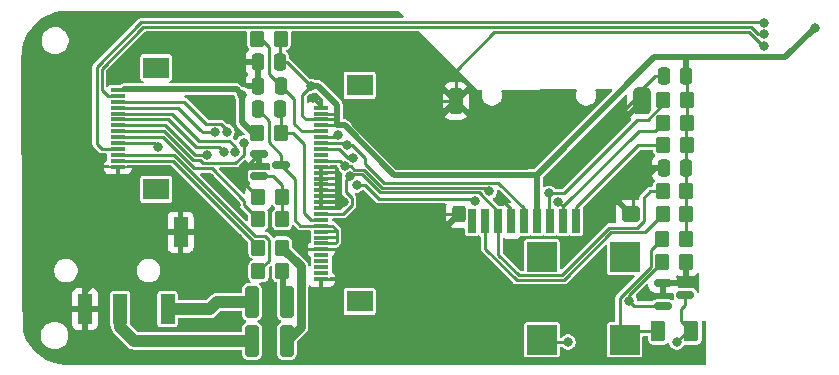
<source format=gbr>
%TF.GenerationSoftware,KiCad,Pcbnew,8.0.8-8.0.8-0~ubuntu22.04.1*%
%TF.CreationDate,2025-02-03T23:54:13+00:00*%
%TF.ProjectId,numcalcium,6e756d63-616c-4636-9975-6d2e6b696361,rev?*%
%TF.SameCoordinates,Original*%
%TF.FileFunction,Copper,L2,Bot*%
%TF.FilePolarity,Positive*%
%FSLAX46Y46*%
G04 Gerber Fmt 4.6, Leading zero omitted, Abs format (unit mm)*
G04 Created by KiCad (PCBNEW 8.0.8-8.0.8-0~ubuntu22.04.1) date 2025-02-03 23:54:13*
%MOMM*%
%LPD*%
G01*
G04 APERTURE LIST*
G04 Aperture macros list*
%AMRoundRect*
0 Rectangle with rounded corners*
0 $1 Rounding radius*
0 $2 $3 $4 $5 $6 $7 $8 $9 X,Y pos of 4 corners*
0 Add a 4 corners polygon primitive as box body*
4,1,4,$2,$3,$4,$5,$6,$7,$8,$9,$2,$3,0*
0 Add four circle primitives for the rounded corners*
1,1,$1+$1,$2,$3*
1,1,$1+$1,$4,$5*
1,1,$1+$1,$6,$7*
1,1,$1+$1,$8,$9*
0 Add four rect primitives between the rounded corners*
20,1,$1+$1,$2,$3,$4,$5,0*
20,1,$1+$1,$4,$5,$6,$7,0*
20,1,$1+$1,$6,$7,$8,$9,0*
20,1,$1+$1,$8,$9,$2,$3,0*%
G04 Aperture macros list end*
%TA.AperFunction,SMDPad,CuDef*%
%ADD10RoundRect,0.250000X0.350000X0.450000X-0.350000X0.450000X-0.350000X-0.450000X0.350000X-0.450000X0*%
%TD*%
%TA.AperFunction,SMDPad,CuDef*%
%ADD11RoundRect,0.250000X-0.325000X-1.100000X0.325000X-1.100000X0.325000X1.100000X-0.325000X1.100000X0*%
%TD*%
%TA.AperFunction,SMDPad,CuDef*%
%ADD12R,1.300000X0.300000*%
%TD*%
%TA.AperFunction,SMDPad,CuDef*%
%ADD13R,2.200000X1.800000*%
%TD*%
%TA.AperFunction,SMDPad,CuDef*%
%ADD14RoundRect,0.150000X-0.587500X-0.150000X0.587500X-0.150000X0.587500X0.150000X-0.587500X0.150000X0*%
%TD*%
%TA.AperFunction,SMDPad,CuDef*%
%ADD15RoundRect,0.250000X-0.350000X-0.450000X0.350000X-0.450000X0.350000X0.450000X-0.350000X0.450000X0*%
%TD*%
%TA.AperFunction,SMDPad,CuDef*%
%ADD16RoundRect,0.250000X0.250000X0.475000X-0.250000X0.475000X-0.250000X-0.475000X0.250000X-0.475000X0*%
%TD*%
%TA.AperFunction,SMDPad,CuDef*%
%ADD17R,2.500000X2.500000*%
%TD*%
%TA.AperFunction,SMDPad,CuDef*%
%ADD18R,0.700000X2.000000*%
%TD*%
%TA.AperFunction,SMDPad,CuDef*%
%ADD19RoundRect,0.300000X0.300000X0.800000X-0.300000X0.800000X-0.300000X-0.800000X0.300000X-0.800000X0*%
%TD*%
%TA.AperFunction,SMDPad,CuDef*%
%ADD20RoundRect,0.300000X-0.300000X-0.400000X0.300000X-0.400000X0.300000X0.400000X-0.300000X0.400000X0*%
%TD*%
%TA.AperFunction,SMDPad,CuDef*%
%ADD21RoundRect,0.350000X-0.450000X-0.350000X0.450000X-0.350000X0.450000X0.350000X-0.450000X0.350000X0*%
%TD*%
%TA.AperFunction,SMDPad,CuDef*%
%ADD22RoundRect,0.381000X-0.381000X0.762000X-0.381000X-0.762000X0.381000X-0.762000X0.381000X0.762000X0*%
%TD*%
%TA.AperFunction,SMDPad,CuDef*%
%ADD23R,1.200000X2.500000*%
%TD*%
%TA.AperFunction,SMDPad,CuDef*%
%ADD24RoundRect,0.250000X-0.375000X-0.625000X0.375000X-0.625000X0.375000X0.625000X-0.375000X0.625000X0*%
%TD*%
%TA.AperFunction,SMDPad,CuDef*%
%ADD25RoundRect,0.250000X-0.250000X-0.475000X0.250000X-0.475000X0.250000X0.475000X-0.250000X0.475000X0*%
%TD*%
%TA.AperFunction,ViaPad*%
%ADD26C,0.800000*%
%TD*%
%TA.AperFunction,Conductor*%
%ADD27C,0.250000*%
%TD*%
%TA.AperFunction,Conductor*%
%ADD28C,1.000000*%
%TD*%
%TA.AperFunction,Conductor*%
%ADD29C,0.500000*%
%TD*%
%TA.AperFunction,Conductor*%
%ADD30C,0.750000*%
%TD*%
G04 APERTURE END LIST*
D10*
%TO.P,R15,1*%
%TO.N,/Front/VDD*%
X21492000Y41736000D03*
%TO.P,R15,2*%
%TO.N,Net-(J3-Pin_5)*%
X19492000Y41736000D03*
%TD*%
%TO.P,R19,1*%
%TO.N,Net-(J3-Pin_20)*%
X21491200Y33736000D03*
%TO.P,R19,2*%
%TO.N,/Front/VDD*%
X19491200Y33736000D03*
%TD*%
D11*
%TO.P,C12,1*%
%TO.N,Net-(C12-Pad1)*%
X19042000Y19436000D03*
%TO.P,C12,2*%
%TO.N,Net-(C12-Pad2)*%
X21992000Y19436000D03*
%TD*%
D12*
%TO.P,J2,1,Pin_1*%
%TO.N,/Front/VDD*%
X7692000Y37382599D03*
%TO.P,J2,2,Pin_2*%
%TO.N,/Front/LED_RETURN*%
X7692000Y36882599D03*
%TO.P,J2,3,Pin_3*%
%TO.N,/Front/LCD_CS*%
X7692000Y36382599D03*
%TO.P,J2,4,Pin_4*%
%TO.N,/Front/MISO*%
X7692000Y35882599D03*
%TO.P,J2,5,Pin_5*%
%TO.N,/Front/MOSI*%
X7692000Y35382599D03*
%TO.P,J2,6,Pin_6*%
%TO.N,/Front/CK*%
X7692000Y34882599D03*
%TO.P,J2,7,Pin_7*%
%TO.N,/Front/SD_CS*%
X7692000Y34382599D03*
%TO.P,J2,8,Pin_8*%
%TO.N,/Front/LCD_DC*%
X7692000Y33882599D03*
%TO.P,J2,9,Pin_9*%
%TO.N,/Front/LCD_LED*%
X7692000Y33382599D03*
%TO.P,J2,10,Pin_10*%
%TO.N,/Front/BUZZER*%
X7692000Y32882599D03*
%TO.P,J2,11,Pin_11*%
%TO.N,/Front/LED*%
X7692000Y32382599D03*
%TO.P,J2,12,Pin_12*%
%TO.N,/Front/A_T*%
X7692000Y31882599D03*
%TO.P,J2,13,Pin_13*%
%TO.N,/Front/A_R1*%
X7692000Y31382599D03*
%TO.P,J2,14,Pin_14*%
%TO.N,GND*%
X7692000Y30882599D03*
D13*
%TO.P,J2,MP*%
%TO.N,N/C*%
X10942000Y39282599D03*
X10942000Y28982599D03*
%TD*%
D12*
%TO.P,J3,1,Pin_1*%
%TO.N,GND*%
X24900757Y35882599D03*
%TO.P,J3,2,Pin_2*%
%TO.N,/Front/VDD*%
X24900757Y35382599D03*
%TO.P,J3,3,Pin_3*%
X24900757Y34882599D03*
%TO.P,J3,4,Pin_4*%
X24900757Y34382599D03*
%TO.P,J3,5,Pin_5*%
%TO.N,Net-(J3-Pin_5)*%
X24900757Y33882599D03*
%TO.P,J3,6,Pin_6*%
%TO.N,/Front/LCD_CS*%
X24900757Y33382599D03*
%TO.P,J3,7,Pin_7*%
%TO.N,/Front/CK*%
X24900757Y32882599D03*
%TO.P,J3,8,Pin_8*%
%TO.N,/Front/LCD_DC*%
X24900757Y32382599D03*
%TO.P,J3,9,Pin_9*%
%TO.N,unconnected-(J3-Pin_9-Pad9)*%
X24900757Y31882599D03*
%TO.P,J3,10,Pin_10*%
%TO.N,/Front/MOSI*%
X24900757Y31382599D03*
%TO.P,J3,11,Pin_11*%
%TO.N,GND*%
X24900757Y30882599D03*
%TO.P,J3,12,Pin_12*%
X24900757Y30382599D03*
%TO.P,J3,13,Pin_13*%
X24900757Y29882599D03*
%TO.P,J3,14,Pin_14*%
X24900757Y29382599D03*
%TO.P,J3,15,Pin_15*%
X24900757Y28882599D03*
%TO.P,J3,16,Pin_16*%
X24900757Y28382599D03*
%TO.P,J3,17,Pin_17*%
X24900757Y27882599D03*
%TO.P,J3,18,Pin_18*%
X24900757Y27382599D03*
%TO.P,J3,19,Pin_19*%
%TO.N,/Front/MISO*%
X24900757Y26882599D03*
%TO.P,J3,20,Pin_20*%
%TO.N,Net-(J3-Pin_20)*%
X24900757Y26382599D03*
%TO.P,J3,21,Pin_21*%
%TO.N,Net-(J3-Pin_21)*%
X24900757Y25882599D03*
%TO.P,J3,22,Pin_22*%
X24900757Y25382599D03*
%TO.P,J3,23,Pin_23*%
X24900757Y24882599D03*
%TO.P,J3,24,Pin_24*%
X24900757Y24382599D03*
%TO.P,J3,25,Pin_25*%
%TO.N,GND*%
X24900757Y23882599D03*
%TO.P,J3,26,Pin_26*%
%TO.N,unconnected-(J3-Pin_26-Pad26)*%
X24900757Y23382599D03*
%TO.P,J3,27,Pin_27*%
%TO.N,unconnected-(J3-Pin_27-Pad27)*%
X24900757Y22882599D03*
%TO.P,J3,28,Pin_28*%
%TO.N,unconnected-(J3-Pin_28-Pad28)*%
X24900757Y22382599D03*
%TO.P,J3,29,Pin_29*%
%TO.N,unconnected-(J3-Pin_29-Pad29)*%
X24900757Y21882599D03*
%TO.P,J3,30,Pin_30*%
%TO.N,GND*%
X24900757Y21382599D03*
D13*
%TO.P,J3,MP*%
%TO.N,N/C*%
X28150757Y37782599D03*
X28150757Y19482599D03*
%TD*%
D14*
%TO.P,Q9,1,G*%
%TO.N,Net-(Q9-G)*%
X19652600Y30086000D03*
%TO.P,Q9,2,S*%
%TO.N,GND*%
X19652600Y31986000D03*
%TO.P,Q9,3,D*%
%TO.N,Net-(J3-Pin_21)*%
X21527600Y31036000D03*
%TD*%
D10*
%TO.P,R21,1*%
%TO.N,/Front/VDD*%
X55818905Y26851215D03*
%TO.P,R21,2*%
%TO.N,Net-(J4-DAT1)*%
X53818905Y26851215D03*
%TD*%
D15*
%TO.P,R27,1*%
%TO.N,/Front/BUZZER*%
X53781405Y22801215D03*
%TO.P,R27,2*%
%TO.N,GND*%
X55781405Y22801215D03*
%TD*%
D16*
%TO.P,C10,1*%
%TO.N,/Front/VDD*%
X21410800Y39736000D03*
%TO.P,C10,2*%
%TO.N,GND*%
X19510800Y39736000D03*
%TD*%
D10*
%TO.P,R22,1*%
%TO.N,/Front/VDD*%
X55818905Y28801215D03*
%TO.P,R22,2*%
%TO.N,/Front/MISO*%
X53818905Y28801215D03*
%TD*%
D15*
%TO.P,R20,1*%
%TO.N,/Front/LCD_LED*%
X19576000Y26436000D03*
%TO.P,R20,2*%
%TO.N,Net-(Q9-G)*%
X21576000Y26436000D03*
%TD*%
D10*
%TO.P,R18,1*%
%TO.N,Net-(Q9-G)*%
X21592000Y28336000D03*
%TO.P,R18,2*%
%TO.N,GND*%
X19592000Y28336000D03*
%TD*%
D17*
%TO.P,BZ1,1,+*%
%TO.N,Net-(BZ1-+)*%
X50592000Y16236000D03*
%TO.P,BZ1,2,-*%
%TO.N,Net-(BZ1--)*%
X43592000Y16236000D03*
%TO.P,BZ1,3*%
%TO.N,N/C*%
X43592000Y23236000D03*
%TO.P,BZ1,4*%
X50592000Y23236000D03*
%TD*%
D18*
%TO.P,J4,1,DAT2*%
%TO.N,Net-(J4-DAT2)*%
X46484757Y26282599D03*
%TO.P,J4,2,DAT3/CD*%
%TO.N,/Front/SD_CS*%
X45384757Y26282599D03*
%TO.P,J4,3,CMD*%
%TO.N,/Front/MOSI*%
X44284757Y26282599D03*
%TO.P,J4,4,VDD*%
%TO.N,/Front/VDD*%
X43184757Y26282599D03*
%TO.P,J4,5,CLK*%
%TO.N,/Front/CK*%
X42084757Y26282599D03*
%TO.P,J4,6,VSS*%
%TO.N,GND*%
X40984757Y26282599D03*
%TO.P,J4,7,DAT0*%
%TO.N,/Front/MISO*%
X39884757Y26282599D03*
%TO.P,J4,8,DAT1*%
%TO.N,Net-(J4-DAT1)*%
X38784757Y26282599D03*
%TO.P,J4,9,DET_B*%
%TO.N,unconnected-(J4-DET_B-Pad9)*%
X37684757Y26282599D03*
D19*
%TO.P,J4,11,SHIELD*%
%TO.N,GND*%
X36284757Y36432599D03*
D20*
X36534757Y26887399D03*
D21*
X51134757Y26887399D03*
D22*
X52034757Y36432599D03*
%TD*%
D23*
%TO.P,J5,R1*%
%TO.N,Net-(C13-Pad1)*%
X7892000Y18836000D03*
%TO.P,J5,R2*%
%TO.N,GND*%
X4892000Y18836000D03*
%TO.P,J5,S*%
X12992000Y25336000D03*
%TO.P,J5,T*%
%TO.N,Net-(C12-Pad1)*%
X11892000Y18836000D03*
%TD*%
D16*
%TO.P,C11,1*%
%TO.N,Net-(J3-Pin_5)*%
X21461600Y37736000D03*
%TO.P,C11,2*%
%TO.N,GND*%
X19561600Y37736000D03*
%TD*%
D10*
%TO.P,R29,1*%
%TO.N,Net-(C13-Pad2)*%
X21592000Y24036000D03*
%TO.P,R29,2*%
%TO.N,/Front/A_R1*%
X19592000Y24036000D03*
%TD*%
%TO.P,R23,1*%
%TO.N,/Front/VDD*%
X55868905Y36501215D03*
%TO.P,R23,2*%
%TO.N,/Front/MOSI*%
X53868905Y36501215D03*
%TD*%
%TO.P,R25,1*%
%TO.N,/Front/VDD*%
X55868905Y32701215D03*
%TO.P,R25,2*%
%TO.N,Net-(J4-DAT2)*%
X53868905Y32701215D03*
%TD*%
D11*
%TO.P,C13,1*%
%TO.N,Net-(C13-Pad1)*%
X19042000Y16136000D03*
%TO.P,C13,2*%
%TO.N,Net-(C13-Pad2)*%
X21992000Y16136000D03*
%TD*%
D24*
%TO.P,D42,1,K*%
%TO.N,Net-(BZ1-+)*%
X53447257Y16936000D03*
%TO.P,D42,2,A*%
%TO.N,Net-(BZ1--)*%
X56247257Y16936000D03*
%TD*%
D14*
%TO.P,Q8,1,G*%
%TO.N,/Front/BUZZER*%
X53843905Y19101215D03*
%TO.P,Q8,2,S*%
%TO.N,GND*%
X53843905Y21001215D03*
%TO.P,Q8,3,D*%
%TO.N,Net-(BZ1--)*%
X55718905Y20051215D03*
%TD*%
D15*
%TO.P,R2,1*%
%TO.N,Net-(BZ1-+)*%
X53781405Y24801215D03*
%TO.P,R2,2*%
%TO.N,/Front/VDD*%
X55781405Y24801215D03*
%TD*%
D10*
%TO.P,R28,1*%
%TO.N,Net-(C12-Pad2)*%
X21592000Y22036000D03*
%TO.P,R28,2*%
%TO.N,/Front/A_T*%
X19592000Y22036000D03*
%TD*%
D16*
%TO.P,C23,1*%
%TO.N,/Front/VDD*%
X55792000Y38589401D03*
%TO.P,C23,2*%
%TO.N,GND*%
X53892000Y38589401D03*
%TD*%
D10*
%TO.P,R24,1*%
%TO.N,/Front/VDD*%
X55868905Y34601215D03*
%TO.P,R24,2*%
%TO.N,/Front/SD_CS*%
X53868905Y34601215D03*
%TD*%
D25*
%TO.P,C9,1*%
%TO.N,Net-(J3-Pin_21)*%
X19526000Y35736000D03*
%TO.P,C9,2*%
%TO.N,Net-(J3-Pin_20)*%
X21426000Y35736000D03*
%TD*%
D16*
%TO.P,C15,1*%
%TO.N,/Front/VDD*%
X55818905Y30751215D03*
%TO.P,C15,2*%
%TO.N,GND*%
X53918905Y30751215D03*
%TD*%
D26*
%TO.N,/Front/LED_RETURN*%
X62407293Y42111660D03*
%TO.N,/Front/LED*%
X62372717Y43071040D03*
%TO.N,GND*%
X15292000Y36236000D03*
X47992000Y21536000D03*
%TO.N,/Front/VDD*%
X66692000Y42636000D03*
%TO.N,GND*%
X62392000Y41146000D03*
%TO.N,/Front/SD_CS*%
X27900757Y29332599D03*
%TO.N,Net-(BZ1--)*%
X54999448Y16036000D03*
%TO.N,/Front/SD_CS*%
X37884757Y27982599D03*
%TO.N,GND*%
X31992000Y41536000D03*
%TO.N,/Front/VDD*%
X24000757Y37682599D03*
%TO.N,/Front/LCD_CS*%
X16916388Y33852599D03*
%TO.N,GND*%
X34784757Y36482599D03*
X10692000Y25436000D03*
X31992000Y16036000D03*
X15492000Y29936000D03*
X992000Y24236000D03*
X992000Y20036000D03*
%TO.N,/Front/MOSI*%
X44192000Y28615678D03*
%TO.N,GND*%
X7692000Y29436000D03*
%TO.N,/Front/LCD_CS*%
X26300757Y33572599D03*
%TO.N,GND*%
X36992000Y16036000D03*
X26800757Y27932599D03*
X27000757Y22532599D03*
X43492000Y36036000D03*
X6492000Y16036000D03*
%TO.N,/Front/LCD_DC*%
X18324878Y32909026D03*
%TO.N,/Front/SD_CS*%
X15272920Y31881968D03*
%TO.N,GND*%
X14492000Y28136000D03*
X27000757Y21432599D03*
X46992000Y18036000D03*
X27000757Y23632599D03*
X31992000Y21036000D03*
X24250757Y36682599D03*
X51284757Y28482599D03*
X17450757Y38955799D03*
X992000Y39036000D03*
X23492000Y41536000D03*
%TO.N,/Front/LCD_DC*%
X27600757Y31632599D03*
%TO.N,/Front/SD_CS*%
X44986678Y27930678D03*
%TO.N,GND*%
X17892000Y24836000D03*
X26992000Y16036000D03*
X6992000Y43036000D03*
X992000Y29036000D03*
X28492000Y28036000D03*
X31992000Y31536000D03*
X13492000Y41536000D03*
X1592000Y35236000D03*
X27492000Y35536000D03*
X42992000Y31536000D03*
X36992000Y21036000D03*
%TO.N,/Front/VDD*%
X18200757Y36982599D03*
%TO.N,GND*%
X18450757Y29398599D03*
X40284757Y27982599D03*
X34784757Y26982599D03*
X17692000Y27636000D03*
X50192000Y35336000D03*
%TO.N,/Front/MISO*%
X27303743Y30084382D03*
X15924911Y33787640D03*
%TO.N,/Front/CK*%
X27100757Y32732599D03*
X16642920Y32154414D03*
%TO.N,/Front/MOSI*%
X39148493Y28787601D03*
X26914064Y30961739D03*
X17602919Y32154414D03*
%TO.N,/Front/BUZZER*%
X11092000Y32567599D03*
X50992000Y19536000D03*
%TO.N,Net-(BZ1--)*%
X45792000Y16036000D03*
%TD*%
D27*
%TO.N,Net-(J3-Pin_5)*%
X22592000Y36605600D02*
X22592000Y34536000D01*
D28*
%TO.N,Net-(C12-Pad1)*%
X11892000Y18836000D02*
X15492000Y18836000D01*
D27*
%TO.N,GND*%
X17450757Y39294757D02*
X17892000Y39736000D01*
D28*
%TO.N,Net-(C12-Pad1)*%
X16092000Y19436000D02*
X19042000Y19436000D01*
D27*
%TO.N,GND*%
X51284757Y27037399D02*
X51134757Y26887399D01*
D28*
%TO.N,Net-(C12-Pad1)*%
X15492000Y18836000D02*
X16092000Y19436000D01*
D27*
%TO.N,GND*%
X19513356Y28336000D02*
X18450757Y29398599D01*
%TO.N,/Front/VDD*%
X26209157Y34882599D02*
X26229957Y34903399D01*
X21410800Y41654800D02*
X21492000Y41736000D01*
X21992000Y39736000D02*
X24000757Y37727243D01*
X24700757Y34382599D02*
X26229957Y34382599D01*
%TO.N,/Front/MOSI*%
X26928204Y30947599D02*
X26914064Y30961739D01*
%TO.N,/Front/VDD*%
X24900757Y34882599D02*
X23600757Y34882599D01*
%TO.N,/Front/MOSI*%
X39148493Y28787601D02*
X38823496Y29112598D01*
%TO.N,/Front/VDD*%
X24700757Y35382599D02*
X26079957Y35382599D01*
%TO.N,/Front/MOSI*%
X27395757Y30947599D02*
X26928204Y30947599D01*
D29*
%TO.N,/Front/VDD*%
X26229957Y34382599D02*
X26229957Y34903399D01*
D27*
%TO.N,/Front/MOSI*%
X26914064Y30961739D02*
X26493204Y31382599D01*
D29*
%TO.N,/Front/VDD*%
X24650757Y37682599D02*
X26229957Y36103399D01*
D27*
%TO.N,/Front/MOSI*%
X44192000Y26836000D02*
X44192000Y28615678D01*
D29*
%TO.N,/Front/VDD*%
X26229957Y36103399D02*
X26229957Y35232599D01*
X18200757Y36982599D02*
X18200757Y34626843D01*
X18200757Y36982599D02*
X17740757Y37442599D01*
D27*
X23292000Y36973842D02*
X24000757Y37682599D01*
%TO.N,/Front/CK*%
X16230366Y32566968D02*
X14281302Y32566968D01*
%TO.N,/Front/VDD*%
X21410800Y39736000D02*
X21410800Y41654800D01*
%TO.N,Net-(BZ1--)*%
X45792000Y16036000D02*
X43981356Y16036000D01*
%TO.N,/Front/VDD*%
X26079957Y35382599D02*
X26229957Y35232599D01*
%TO.N,GND*%
X26200757Y29332599D02*
X26200757Y28932599D01*
X26200757Y29932599D02*
X26200757Y29332599D01*
%TO.N,/Front/SD_CS*%
X28600757Y29332599D02*
X29773889Y28159467D01*
%TO.N,/Front/LCD_CS*%
X26110757Y33382599D02*
X24700757Y33382599D01*
%TO.N,/Front/MOSI*%
X27700757Y30642599D02*
X27395757Y30947599D01*
%TO.N,/Front/VDD*%
X21410800Y39736000D02*
X21992000Y39736000D01*
D29*
X53092000Y40136000D02*
X55792000Y40136000D01*
D27*
%TO.N,/Front/MOSI*%
X26493204Y31382599D02*
X24700757Y31382599D01*
X28490756Y30642600D02*
X28151102Y30642600D01*
%TO.N,/Front/VDD*%
X23600757Y34882599D02*
X23292000Y35191356D01*
%TO.N,GND*%
X31266369Y30757591D02*
X42213591Y30757591D01*
D28*
%TO.N,Net-(C13-Pad1)*%
X7892000Y17336000D02*
X7892000Y18836000D01*
D27*
%TO.N,/Front/LCD_CS*%
X26300757Y33572599D02*
X26110757Y33382599D01*
%TO.N,/Front/A_T*%
X20492000Y22936000D02*
X20492000Y24699532D01*
%TO.N,GND*%
X26200757Y22532599D02*
X27000757Y22532599D01*
%TO.N,/Front/MOSI*%
X45417836Y28615678D02*
X44192000Y28615678D01*
%TO.N,GND*%
X26171557Y29903399D02*
X26200757Y29932599D01*
%TO.N,/Front/MOSI*%
X38823496Y29112598D02*
X30020758Y29112598D01*
%TO.N,GND*%
X26171557Y27903399D02*
X26200757Y27932599D01*
%TO.N,/Front/MOSI*%
X44192000Y26836000D02*
X44284757Y26743243D01*
%TO.N,GND*%
X26200757Y23903399D02*
X24808757Y23903399D01*
%TO.N,Net-(J3-Pin_5)*%
X19792000Y41736000D02*
X19492000Y41736000D01*
%TO.N,GND*%
X28492000Y28036000D02*
X28778533Y27749467D01*
%TO.N,Net-(J3-Pin_5)*%
X21461600Y37736000D02*
X20492000Y38705600D01*
%TO.N,/Front/SD_CS*%
X14186474Y31881968D02*
X11685843Y34382599D01*
%TO.N,/Front/MOSI*%
X30020758Y29112598D02*
X28490756Y30642600D01*
%TO.N,GND*%
X19592000Y28336000D02*
X19513356Y28336000D01*
%TO.N,Net-(J3-Pin_5)*%
X23245401Y33882599D02*
X24900757Y33882599D01*
%TO.N,GND*%
X24608757Y29403399D02*
X26129957Y29403399D01*
X24608757Y29903399D02*
X26171557Y29903399D01*
X62302172Y41146000D02*
X61137172Y42311000D01*
X26200757Y27932599D02*
X26200757Y27532599D01*
X26071557Y27403399D02*
X24608757Y27403399D01*
X26129957Y28403399D02*
X26200757Y28332599D01*
X28778533Y27749467D02*
X34017889Y27749467D01*
X12892000Y25436000D02*
X12992000Y25336000D01*
X24900757Y35882599D02*
X24900757Y36032599D01*
%TO.N,/Front/MISO*%
X41610229Y21697599D02*
X45253599Y21697599D01*
%TO.N,GND*%
X24900757Y36032599D02*
X24250757Y36682599D01*
X26200757Y27532599D02*
X26071557Y27403399D01*
X34879957Y26887399D02*
X34784757Y26982599D01*
%TO.N,/Front/MISO*%
X39884757Y23423071D02*
X41610229Y21697599D01*
%TO.N,GND*%
X24608757Y28903399D02*
X26171557Y28903399D01*
X26171557Y28903399D02*
X26200757Y28932599D01*
%TO.N,Net-(J3-Pin_21)*%
X26171557Y24903399D02*
X26200757Y24932599D01*
%TO.N,GND*%
X24900757Y30882599D02*
X26050757Y30882599D01*
%TO.N,Net-(J3-Pin_21)*%
X26200757Y24532599D02*
X26200757Y24932599D01*
%TO.N,/Front/LCD_DC*%
X27600757Y31632599D02*
X27185757Y31632599D01*
%TO.N,/Front/A_T*%
X20170532Y25021000D02*
X19307958Y25021000D01*
%TO.N,GND*%
X26729957Y23903399D02*
X27000757Y23632599D01*
%TO.N,Net-(J3-Pin_21)*%
X26129957Y25403399D02*
X26200757Y25332599D01*
%TO.N,/Front/LCD_DC*%
X26435757Y32382599D02*
X24700757Y32382599D01*
%TO.N,GND*%
X4892000Y20236000D02*
X4892000Y18836000D01*
%TO.N,Net-(J3-Pin_21)*%
X20492000Y34770000D02*
X20492000Y32936000D01*
%TO.N,GND*%
X24608757Y30403399D02*
X26129957Y30403399D01*
%TO.N,Net-(J3-Pin_21)*%
X22692000Y29871600D02*
X22692000Y26336000D01*
%TO.N,GND*%
X61137172Y42311000D02*
X39567000Y42311000D01*
%TO.N,Net-(BZ1--)*%
X55392000Y18836000D02*
X55718905Y19162905D01*
%TO.N,GND*%
X36284757Y39028757D02*
X36284757Y36432599D01*
D29*
%TO.N,/Front/VDD*%
X64192000Y40136000D02*
X66692000Y42636000D01*
D27*
%TO.N,GND*%
X36284757Y36432599D02*
X34834757Y36432599D01*
X26171557Y21403399D02*
X26200757Y21432599D01*
X24608757Y27903399D02*
X26171557Y27903399D01*
%TO.N,/Front/A_R1*%
X19592000Y24157130D02*
X19592000Y24036000D01*
%TO.N,GND*%
X26129957Y30403399D02*
X26200757Y30332599D01*
%TO.N,Net-(J3-Pin_5)*%
X20492000Y38705600D02*
X20492000Y41036000D01*
%TO.N,GND*%
X26200757Y27932599D02*
X26800757Y27932599D01*
%TO.N,/Front/SD_CS*%
X53193690Y33926000D02*
X53868905Y34601215D01*
%TO.N,GND*%
X24808757Y21403399D02*
X26171557Y21403399D01*
%TO.N,Net-(J3-Pin_5)*%
X22592000Y34536000D02*
X23245401Y33882599D01*
%TO.N,GND*%
X26200757Y23903399D02*
X26729957Y23903399D01*
X26200757Y28332599D02*
X26200757Y27932599D01*
D29*
%TO.N,/Front/VDD*%
X43178591Y30222591D02*
X43184757Y30216425D01*
D27*
%TO.N,/Front/MOSI*%
X28151102Y30642600D02*
X27700757Y30642599D01*
%TO.N,GND*%
X10092000Y25436000D02*
X4892000Y20236000D01*
D28*
%TO.N,Net-(C13-Pad1)*%
X9092000Y16136000D02*
X7892000Y17336000D01*
D29*
%TO.N,/Front/VDD*%
X26229957Y35232599D02*
X26229957Y34903399D01*
D27*
%TO.N,/Front/LCD_LED*%
X18377000Y27635000D02*
X18377000Y28019737D01*
%TO.N,GND*%
X53092000Y30589842D02*
X53092000Y30636000D01*
%TO.N,/Front/MISO*%
X14860630Y33787640D02*
X15924911Y33787640D01*
%TO.N,/Front/LCD_DC*%
X14016646Y31471968D02*
X11606015Y33882599D01*
%TO.N,/Front/MISO*%
X52219757Y26274373D02*
X52219757Y28263757D01*
%TO.N,/Front/LED_RETURN*%
X6302000Y39166172D02*
X9856828Y42721000D01*
%TO.N,GND*%
X26200757Y30332599D02*
X26200757Y29932599D01*
X10692000Y25436000D02*
X10092000Y25436000D01*
%TO.N,Net-(J3-Pin_21)*%
X24808757Y25403399D02*
X26129957Y25403399D01*
%TO.N,GND*%
X27492000Y35536000D02*
X27492000Y34531960D01*
X62392000Y41146000D02*
X62302172Y41146000D01*
%TO.N,/Front/LCD_CS*%
X16916388Y33852599D02*
X16916388Y34016968D01*
D30*
%TO.N,Net-(C13-Pad2)*%
X23192000Y17336000D02*
X21992000Y16136000D01*
D27*
%TO.N,/Front/VDD*%
X24700757Y34882599D02*
X26209157Y34882599D01*
%TO.N,Net-(J3-Pin_21)*%
X23145401Y25882599D02*
X24900757Y25882599D01*
%TO.N,GND*%
X26200757Y28932599D02*
X26200757Y28332599D01*
D29*
%TO.N,Net-(C12-Pad2)*%
X21592000Y22036000D02*
X21692000Y21936000D01*
D27*
%TO.N,GND*%
X18450757Y29398599D02*
X18450757Y30784157D01*
%TO.N,Net-(J3-Pin_21)*%
X24808757Y24903399D02*
X26171557Y24903399D01*
X22692000Y26336000D02*
X23145401Y25882599D01*
%TO.N,/Front/MOSI*%
X17129927Y33098073D02*
X14550197Y33098073D01*
%TO.N,/Front/VDD*%
X23292000Y35191356D02*
X23292000Y36973842D01*
%TO.N,Net-(J3-Pin_20)*%
X23450757Y26932599D02*
X24000757Y26382599D01*
D29*
%TO.N,/Front/VDD*%
X19091600Y33736000D02*
X19491200Y33736000D01*
D27*
%TO.N,GND*%
X26200757Y30732599D02*
X26200757Y30332599D01*
%TO.N,Net-(J3-Pin_21)*%
X21527600Y31900400D02*
X21527600Y31036000D01*
%TO.N,GND*%
X26129957Y29403399D02*
X26200757Y29332599D01*
%TO.N,Net-(J3-Pin_21)*%
X26071557Y24403399D02*
X26200757Y24532599D01*
D30*
%TO.N,Net-(C13-Pad2)*%
X23192000Y22436000D02*
X23192000Y17336000D01*
D27*
%TO.N,Net-(J3-Pin_21)*%
X20492000Y32936000D02*
X21527600Y31900400D01*
D30*
%TO.N,Net-(C13-Pad2)*%
X21592000Y24036000D02*
X23192000Y22436000D01*
D27*
%TO.N,Net-(J4-DAT1)*%
X38784757Y23943243D02*
X38784757Y26282599D01*
%TO.N,/Front/CK*%
X28600757Y31132599D02*
X30210758Y29522598D01*
%TO.N,GND*%
X18450757Y30784157D02*
X19652600Y31986000D01*
X24608757Y28403399D02*
X26129957Y28403399D01*
%TO.N,Net-(J3-Pin_5)*%
X20492000Y41036000D02*
X19792000Y41736000D01*
%TO.N,/Front/MOSI*%
X17602919Y32154414D02*
X17602919Y32625081D01*
X17602919Y32625081D02*
X17129927Y33098073D01*
%TO.N,Net-(BZ1-+)*%
X52792000Y23811810D02*
X52792000Y22391638D01*
%TO.N,/Front/MOSI*%
X51638158Y34836000D02*
X45417836Y28615678D01*
%TO.N,Net-(J3-Pin_21)*%
X24808757Y24403399D02*
X26071557Y24403399D01*
X26200757Y24932599D02*
X26200757Y25332599D01*
%TO.N,/Front/VDD*%
X24000757Y37727243D02*
X24000757Y37682599D01*
%TO.N,/Front/MISO*%
X27303743Y30084382D02*
X27283803Y30084382D01*
%TO.N,GND*%
X26200757Y22532599D02*
X26200757Y23903399D01*
X42213591Y30757591D02*
X42992000Y31536000D01*
%TO.N,/Front/SD_CS*%
X37707889Y28159467D02*
X29773889Y28159467D01*
%TO.N,Net-(J3-Pin_21)*%
X21527600Y31036000D02*
X22692000Y29871600D01*
X25829957Y25903399D02*
X24808757Y25903399D01*
X26200757Y25532599D02*
X25829957Y25903399D01*
%TO.N,GND*%
X34834757Y36432599D02*
X34784757Y36482599D01*
%TO.N,Net-(BZ1-+)*%
X51034757Y15982599D02*
X50784757Y16232599D01*
%TO.N,Net-(J3-Pin_21)*%
X26200757Y25332599D02*
X26200757Y25532599D01*
%TO.N,GND*%
X40984757Y27282599D02*
X40284757Y27982599D01*
%TO.N,/Front/LCD_DC*%
X18324878Y32909026D02*
X18324878Y31907636D01*
D29*
%TO.N,/Front/VDD*%
X17740757Y37442599D02*
X8192000Y37442599D01*
D27*
%TO.N,GND*%
X26200757Y21432599D02*
X26200757Y22532599D01*
X17450757Y38955799D02*
X17450757Y39294757D01*
%TO.N,Net-(BZ1--)*%
X55392000Y17791257D02*
X55392000Y18836000D01*
%TO.N,/Front/LCD_DC*%
X27185757Y31632599D02*
X26435757Y32382599D01*
%TO.N,/Front/SD_CS*%
X27900757Y29332599D02*
X28600757Y29332599D01*
%TO.N,/Front/VDD*%
X55868905Y34601215D02*
X55868905Y36501215D01*
D29*
X24000757Y37682599D02*
X24650757Y37682599D01*
D27*
%TO.N,/Front/LCD_LED*%
X18377000Y28019737D02*
X15660737Y30736000D01*
%TO.N,/Front/MISO*%
X14683214Y33965056D02*
X12765671Y35882599D01*
%TO.N,GND*%
X51284757Y28782599D02*
X53092000Y30589842D01*
X39567000Y42311000D02*
X36284757Y39028757D01*
%TO.N,/Front/LED*%
X7692000Y32382599D02*
X6345401Y32382599D01*
D28*
%TO.N,Net-(C13-Pad1)*%
X19042000Y16136000D02*
X9092000Y16136000D01*
D27*
%TO.N,GND*%
X17892000Y39736000D02*
X19510800Y39736000D01*
D29*
%TO.N,Net-(C12-Pad2)*%
X21692000Y19736000D02*
X21992000Y19436000D01*
%TO.N,/Front/VDD*%
X18200757Y34626843D02*
X19091600Y33736000D01*
D27*
%TO.N,Net-(J4-DAT2)*%
X46484757Y27432599D02*
X51753373Y32701215D01*
%TO.N,/Front/CK*%
X26950757Y32882599D02*
X27100757Y32732599D01*
%TO.N,Net-(J3-Pin_21)*%
X19526000Y35736000D02*
X20492000Y34770000D01*
%TO.N,Net-(J3-Pin_5)*%
X21461600Y37736000D02*
X22592000Y36605600D01*
%TO.N,/Front/A_R1*%
X7692000Y31382599D02*
X12366531Y31382599D01*
%TO.N,GND*%
X26050757Y30882599D02*
X26200757Y30732599D01*
%TO.N,/Front/A_R1*%
X12366531Y31382599D02*
X19592000Y24157130D01*
%TO.N,GND*%
X53207215Y30751215D02*
X53918905Y30751215D01*
%TO.N,/Front/LED*%
X5892000Y32836000D02*
X5892000Y39336000D01*
%TO.N,/Front/MOSI*%
X44284757Y26282599D02*
X44284757Y26743243D01*
%TO.N,/Front/LED_RETURN*%
X7692000Y36882599D02*
X6822000Y36882599D01*
%TO.N,Net-(J4-DAT1)*%
X53818905Y26851215D02*
X52293690Y25326000D01*
D29*
%TO.N,Net-(C12-Pad2)*%
X21692000Y21936000D02*
X21692000Y19736000D01*
D27*
%TO.N,GND*%
X27492000Y34531960D02*
X31266369Y30757591D01*
%TO.N,Net-(BZ1--)*%
X43981356Y16036000D02*
X43784757Y16232599D01*
%TO.N,/Front/SD_CS*%
X51778158Y33926000D02*
X53193690Y33926000D01*
%TO.N,GND*%
X10692000Y25436000D02*
X12892000Y25436000D01*
X53892000Y38589401D02*
X53145401Y38589401D01*
X36534757Y26887399D02*
X34879957Y26887399D01*
D29*
%TO.N,/Front/VDD*%
X31044765Y30222591D02*
X43178591Y30222591D01*
D27*
%TO.N,GND*%
X51284757Y28482599D02*
X51284757Y27037399D01*
%TO.N,Net-(BZ1-+)*%
X52792000Y22391638D02*
X50192000Y19791638D01*
%TO.N,GND*%
X34017889Y27749467D02*
X34784757Y26982599D01*
%TO.N,/Front/MISO*%
X52757215Y28801215D02*
X53818905Y28801215D01*
%TO.N,GND*%
X26200757Y21432599D02*
X27000757Y21432599D01*
%TO.N,/Front/LED*%
X9687000Y43131000D02*
X62312757Y43131000D01*
%TO.N,/Front/CK*%
X14281302Y32566968D02*
X11965671Y34882599D01*
%TO.N,/Front/MOSI*%
X14550197Y33098073D02*
X12265671Y35382599D01*
X52540158Y34836000D02*
X51638158Y34836000D01*
%TO.N,Net-(J4-DAT1)*%
X49461828Y25326000D02*
X45423426Y21287598D01*
%TO.N,/Front/SD_CS*%
X45384757Y27532599D02*
X51778158Y33926000D01*
%TO.N,/Front/LCD_CS*%
X13265671Y36382599D02*
X7692000Y36382599D01*
%TO.N,/Front/SD_CS*%
X44986678Y27930678D02*
X45384757Y27532599D01*
X45384757Y26282599D02*
X45384757Y27532599D01*
%TO.N,/Front/MISO*%
X27283803Y30084382D02*
X27432020Y30232599D01*
X27000757Y28732599D02*
X27000757Y29781396D01*
D29*
%TO.N,/Front/VDD*%
X55792000Y40136000D02*
X64192000Y40136000D01*
D27*
%TO.N,/Front/MISO*%
X24900757Y26882599D02*
X26719494Y26882599D01*
%TO.N,/Front/LED_RETURN*%
X6822000Y36882599D02*
X6302000Y37402599D01*
%TO.N,/Front/MISO*%
X27432020Y30232599D02*
X28320929Y30232599D01*
X27485757Y27648862D02*
X27485757Y28247599D01*
X38264758Y28702598D02*
X39884757Y27082599D01*
X28320929Y30232599D02*
X29850930Y28702598D01*
X14780828Y33867442D02*
X14683214Y33965056D01*
X14683214Y33965056D02*
X14860630Y33787640D01*
X27000757Y29781396D02*
X27303743Y30084382D01*
X29850930Y28702598D02*
X38264758Y28702598D01*
%TO.N,/Front/MOSI*%
X53868905Y36164747D02*
X52540158Y34836000D01*
%TO.N,/Front/MISO*%
X27485757Y28247599D02*
X27000757Y28732599D01*
X26719494Y26882599D02*
X27485757Y27648862D01*
X39884757Y26282599D02*
X39884757Y23423071D01*
%TO.N,/Front/CK*%
X27100757Y32732599D02*
X27469494Y32732599D01*
X24700757Y32882599D02*
X26950757Y32882599D01*
%TO.N,/Front/A_T*%
X20492000Y24699532D02*
X20170532Y25021000D01*
%TO.N,/Front/VDD*%
X55868905Y36501215D02*
X55868905Y38512496D01*
%TO.N,/Front/CK*%
X39913495Y29522598D02*
X42084757Y27351336D01*
D29*
%TO.N,/Front/VDD*%
X43184757Y30216425D02*
X43184757Y27052599D01*
D27*
%TO.N,/Front/CK*%
X28600757Y31601336D02*
X28600757Y31132599D01*
X30210758Y29522598D02*
X39913495Y29522598D01*
X27469494Y32732599D02*
X28600757Y31601336D01*
%TO.N,GND*%
X50192000Y35336000D02*
X51288599Y36432599D01*
%TO.N,/Front/LCD_DC*%
X11606015Y33882599D02*
X7692000Y33882599D01*
%TO.N,Net-(Q9-G)*%
X21592000Y26452000D02*
X21576000Y26436000D01*
X20842000Y30086000D02*
X21592000Y29336000D01*
X21592000Y29336000D02*
X21592000Y28336000D01*
X19652600Y30086000D02*
X20842000Y30086000D01*
%TO.N,Net-(J3-Pin_20)*%
X22497356Y33736000D02*
X21491200Y33736000D01*
%TO.N,/Front/LED_RETURN*%
X9856828Y42721000D02*
X61307000Y42721000D01*
%TO.N,Net-(J3-Pin_20)*%
X21491200Y35670800D02*
X21426000Y35736000D01*
%TO.N,/Front/LCD_LED*%
X15660737Y30736000D02*
X14172786Y30736000D01*
%TO.N,/Front/BUZZER*%
X53781405Y22801215D02*
X50992000Y20011810D01*
%TO.N,/Front/SD_CS*%
X37884757Y27982599D02*
X37707889Y28159467D01*
%TO.N,Net-(Q9-G)*%
X21592000Y28336000D02*
X21592000Y26452000D01*
%TO.N,Net-(J3-Pin_20)*%
X24000757Y26382599D02*
X24900757Y26382599D01*
X21491200Y33736000D02*
X21491200Y35670800D01*
X23450757Y32782599D02*
X22497356Y33736000D01*
X23450757Y32782599D02*
X23450757Y26932599D01*
%TO.N,/Front/LED*%
X5892000Y39336000D02*
X9687000Y43131000D01*
%TO.N,/Front/CK*%
X16642920Y32154414D02*
X16230366Y32566968D01*
%TO.N,Net-(BZ1-+)*%
X53447257Y16936000D02*
X51488158Y16936000D01*
%TO.N,/Front/LCD_DC*%
X18324878Y31907636D02*
X17614210Y31196968D01*
%TO.N,Net-(BZ1-+)*%
X51488158Y16936000D02*
X50784757Y16232599D01*
%TO.N,/Front/LCD_DC*%
X14931032Y31196968D02*
X14656032Y31471968D01*
%TO.N,/Front/SD_CS*%
X11685843Y34382599D02*
X7692000Y34382599D01*
%TO.N,/Front/A_T*%
X12446359Y31882599D02*
X7692000Y31882599D01*
%TO.N,/Front/LED*%
X62312757Y43131000D02*
X62372717Y43071040D01*
%TO.N,/Front/A_T*%
X19592000Y22036000D02*
X20492000Y22936000D01*
%TO.N,/Front/LCD_CS*%
X16916388Y34016968D02*
X16450757Y34482599D01*
%TO.N,/Front/SD_CS*%
X15272920Y31881968D02*
X14186474Y31881968D01*
%TO.N,/Front/BUZZER*%
X10777000Y32882599D02*
X7692000Y32882599D01*
X11092000Y32567599D02*
X10777000Y32882599D01*
%TO.N,/Front/LCD_LED*%
X11526187Y33382599D02*
X7692000Y33382599D01*
%TO.N,/Front/LCD_DC*%
X14656032Y31471968D02*
X14016646Y31471968D01*
%TO.N,/Front/A_T*%
X19307958Y25021000D02*
X12446359Y31882599D01*
%TO.N,GND*%
X53145401Y38589401D02*
X52034757Y37478757D01*
%TO.N,/Front/MOSI*%
X12265671Y35382599D02*
X7692000Y35382599D01*
%TO.N,/Front/LED*%
X6345401Y32382599D02*
X5892000Y32836000D01*
%TO.N,/Front/LCD_DC*%
X17614210Y31196968D02*
X14931032Y31196968D01*
%TO.N,/Front/LCD_CS*%
X15165671Y34482599D02*
X13265671Y36382599D01*
X16450757Y34482599D02*
X15165671Y34482599D01*
%TO.N,Net-(BZ1-+)*%
X50192000Y19791638D02*
X50192000Y16825356D01*
%TO.N,/Front/MISO*%
X12765671Y35882599D02*
X7692000Y35882599D01*
%TO.N,/Front/LCD_LED*%
X14172786Y30736000D02*
X11526187Y33382599D01*
X19576000Y26436000D02*
X18377000Y27635000D01*
%TO.N,/Front/CK*%
X11965671Y34882599D02*
X7692000Y34882599D01*
%TO.N,/Front/LED_RETURN*%
X6302000Y37402599D02*
X6302000Y39166172D01*
%TO.N,GND*%
X51288599Y36432599D02*
X52034757Y36432599D01*
%TO.N,/Front/LED_RETURN*%
X61307000Y42721000D02*
X61916340Y42111660D01*
D29*
%TO.N,/Front/VDD*%
X26884757Y34382599D02*
X31044765Y30222591D01*
X26229957Y34382599D02*
X26884757Y34382599D01*
D27*
%TO.N,/Front/MISO*%
X49292000Y25736000D02*
X51681384Y25736000D01*
%TO.N,/Front/LED_RETURN*%
X61916340Y42111660D02*
X62407293Y42111660D01*
%TO.N,Net-(BZ1--)*%
X55899448Y16936000D02*
X56247257Y16936000D01*
X54999448Y16036000D02*
X55899448Y16936000D01*
%TO.N,Net-(J4-DAT2)*%
X51753373Y32701215D02*
X53868905Y32701215D01*
%TO.N,/Front/BUZZER*%
X53843905Y19101215D02*
X51426785Y19101215D01*
X51426785Y19101215D02*
X50992000Y19536000D01*
X50992000Y19836000D02*
X50992000Y19536000D01*
X50992000Y20011810D02*
X50992000Y19536000D01*
%TO.N,Net-(BZ1-+)*%
X50192000Y16825356D02*
X50784757Y16232599D01*
%TO.N,/Front/VDD*%
X55868905Y38512496D02*
X55792000Y38589401D01*
X55781405Y24801215D02*
X55781405Y34513715D01*
%TO.N,Net-(BZ1-+)*%
X53781405Y24801215D02*
X52792000Y23811810D01*
D29*
%TO.N,/Front/VDD*%
X55792000Y40136000D02*
X55792000Y38589401D01*
D27*
X55781405Y34513715D02*
X55868905Y34601215D01*
%TO.N,GND*%
X52034757Y37478757D02*
X52034757Y36432599D01*
X51284757Y28482599D02*
X51284757Y28782599D01*
%TO.N,Net-(J4-DAT2)*%
X46484757Y26282599D02*
X46484757Y27432599D01*
D29*
%TO.N,/Front/VDD*%
X43178591Y30222591D02*
X53092000Y40136000D01*
D27*
%TO.N,GND*%
X53092000Y30636000D02*
X53207215Y30751215D01*
%TO.N,Net-(J4-DAT1)*%
X41440402Y21287598D02*
X38784757Y23943243D01*
X52293690Y25326000D02*
X49461828Y25326000D01*
%TO.N,/Front/MISO*%
X45253599Y21697599D02*
X49292000Y25736000D01*
%TO.N,Net-(BZ1--)*%
X56247257Y16936000D02*
X55392000Y17791257D01*
%TO.N,Net-(J4-DAT1)*%
X45423426Y21287598D02*
X41440402Y21287598D01*
%TO.N,Net-(BZ1--)*%
X55718905Y19162905D02*
X55718905Y20051215D01*
%TO.N,/Front/MISO*%
X52219757Y28263757D02*
X52757215Y28801215D01*
X51681384Y25736000D02*
X52219757Y26274373D01*
%TO.N,/Front/MOSI*%
X53868905Y36501215D02*
X53868905Y36164747D01*
%TO.N,GND*%
X7692000Y29436000D02*
X7692000Y30882599D01*
%TD*%
%TA.AperFunction,Conductor*%
%TO.N,GND*%
G36*
X31485231Y44082751D02*
G01*
X31497234Y44072471D01*
X31892235Y43675313D01*
X31919864Y43620721D01*
X31910128Y43560315D01*
X31866746Y43517168D01*
X31822041Y43506500D01*
X9736436Y43506500D01*
X9637564Y43506500D01*
X9589813Y43493705D01*
X9589812Y43493705D01*
X9542062Y43480910D01*
X9542058Y43480908D01*
X9456436Y43431474D01*
X9456437Y43431474D01*
X5661438Y39636475D01*
X5661437Y39636475D01*
X5591524Y39566561D01*
X5542089Y39480938D01*
X5542089Y39480937D01*
X5542090Y39480937D01*
X5516694Y39386157D01*
X5516677Y39386093D01*
X5516500Y39385436D01*
X5516500Y32786565D01*
X5520934Y32770015D01*
X5520933Y32770014D01*
X5542089Y32691062D01*
X5542091Y32691058D01*
X5591525Y32605437D01*
X5591525Y32605436D01*
X5591526Y32605437D01*
X6114841Y32082121D01*
X6140810Y32067129D01*
X6140811Y32067129D01*
X6200464Y32032688D01*
X6248213Y32019893D01*
X6248214Y32019894D01*
X6295965Y32007099D01*
X6295966Y32007099D01*
X6692500Y32007099D01*
X6750691Y31988192D01*
X6786655Y31938692D01*
X6791500Y31908099D01*
X6791500Y31707919D01*
X6802641Y31651912D01*
X6802641Y31613286D01*
X6791500Y31557278D01*
X6791500Y31519210D01*
X6772593Y31461019D01*
X6751828Y31439956D01*
X6684814Y31389790D01*
X6684807Y31389783D01*
X6598647Y31274689D01*
X6598646Y31274687D01*
X6548403Y31139980D01*
X6548401Y31139969D01*
X6542000Y31080423D01*
X6542000Y31032600D01*
X6542001Y31032599D01*
X6860401Y31032599D01*
X6915402Y31015915D01*
X6944257Y30996634D01*
X6944263Y30996632D01*
X7017315Y30982100D01*
X7017325Y30982099D01*
X7017326Y30982099D01*
X7017327Y30982099D01*
X8366673Y30982099D01*
X8366674Y30982099D01*
X8366684Y30982100D01*
X8439736Y30996632D01*
X8439740Y30996633D01*
X8439742Y30996634D01*
X8446815Y30999564D01*
X8484699Y31007099D01*
X12169986Y31007099D01*
X12228177Y30988192D01*
X12239990Y30978103D01*
X18712504Y24505587D01*
X18740281Y24451070D01*
X18741500Y24435583D01*
X18741500Y23538133D01*
X18741501Y23538129D01*
X18747908Y23478519D01*
X18747909Y23478514D01*
X18798202Y23343670D01*
X18884450Y23228458D01*
X18884458Y23228450D01*
X18999670Y23142202D01*
X19035718Y23128758D01*
X19083633Y23090708D01*
X19100031Y23031761D01*
X19078649Y22974433D01*
X19035718Y22943242D01*
X18999670Y22929797D01*
X18910621Y22863135D01*
X18884454Y22843546D01*
X18884451Y22843542D01*
X18884450Y22843541D01*
X18798202Y22728329D01*
X18747910Y22593488D01*
X18747909Y22593483D01*
X18741521Y22534062D01*
X18741500Y22533870D01*
X18741500Y21538133D01*
X18741501Y21538129D01*
X18747908Y21478519D01*
X18747909Y21478514D01*
X18798202Y21343670D01*
X18884450Y21228458D01*
X18884454Y21228454D01*
X18902758Y21214751D01*
X18938010Y21164743D01*
X18937136Y21103564D01*
X18900468Y21054583D01*
X18843428Y21036499D01*
X18669128Y21036499D01*
X18609517Y21030091D01*
X18609514Y21030090D01*
X18474670Y20979797D01*
X18427359Y20944380D01*
X18359454Y20893546D01*
X18359451Y20893542D01*
X18359450Y20893541D01*
X18273202Y20778329D01*
X18222910Y20643488D01*
X18222908Y20643477D01*
X18221792Y20633097D01*
X18216822Y20586861D01*
X18216500Y20583870D01*
X18216500Y20285500D01*
X18197593Y20227309D01*
X18148093Y20191345D01*
X18117500Y20186500D01*
X16018082Y20186500D01*
X15873087Y20157658D01*
X15873085Y20157657D01*
X15759653Y20110672D01*
X15736505Y20101084D01*
X15618445Y20022199D01*
X15613584Y20018951D01*
X15210128Y19615496D01*
X15155612Y19587719D01*
X15140125Y19586500D01*
X12841500Y19586500D01*
X12783309Y19605407D01*
X12747345Y19654907D01*
X12742500Y19685500D01*
X12742500Y20110672D01*
X12742498Y20110684D01*
X12733154Y20157658D01*
X12727966Y20183740D01*
X12672601Y20266601D01*
X12589740Y20321966D01*
X12516674Y20336500D01*
X11267326Y20336500D01*
X11267320Y20336498D01*
X11267315Y20336498D01*
X11252390Y20333529D01*
X11194260Y20321966D01*
X11194257Y20321964D01*
X11111400Y20266602D01*
X11111397Y20266599D01*
X11056035Y20183742D01*
X11056033Y20183736D01*
X11041501Y20110684D01*
X11041500Y20110672D01*
X11041500Y17561327D01*
X11041501Y17561315D01*
X11056033Y17488263D01*
X11056035Y17488257D01*
X11111397Y17405400D01*
X11111400Y17405397D01*
X11194257Y17350035D01*
X11194263Y17350033D01*
X11267315Y17335501D01*
X11267325Y17335500D01*
X11267326Y17335500D01*
X11267327Y17335500D01*
X12516673Y17335500D01*
X12516674Y17335500D01*
X12516684Y17335501D01*
X12589736Y17350033D01*
X12589737Y17350033D01*
X12589740Y17350034D01*
X12589742Y17350035D01*
X12672599Y17405397D01*
X12672602Y17405400D01*
X12727964Y17488257D01*
X12727966Y17488260D01*
X12742374Y17560694D01*
X12742498Y17561315D01*
X12742500Y17561327D01*
X12742500Y17986500D01*
X12761407Y18044691D01*
X12810907Y18080655D01*
X12841500Y18085500D01*
X15565918Y18085500D01*
X15710914Y18114342D01*
X15847492Y18170914D01*
X15896729Y18203813D01*
X15970415Y18253047D01*
X16373870Y18656503D01*
X16428387Y18684281D01*
X16443874Y18685500D01*
X18117501Y18685500D01*
X18175692Y18666593D01*
X18211656Y18617093D01*
X18216501Y18586500D01*
X18216501Y18288129D01*
X18222908Y18228519D01*
X18222909Y18228514D01*
X18273202Y18093670D01*
X18359450Y17978458D01*
X18359458Y17978450D01*
X18474670Y17892202D01*
X18510718Y17878758D01*
X18558633Y17840708D01*
X18575031Y17781761D01*
X18553649Y17724433D01*
X18510718Y17693242D01*
X18474670Y17679797D01*
X18429943Y17646314D01*
X18359454Y17593546D01*
X18359451Y17593542D01*
X18359450Y17593541D01*
X18273202Y17478329D01*
X18222910Y17343488D01*
X18222908Y17343477D01*
X18216500Y17283870D01*
X18216500Y16985500D01*
X18197593Y16927309D01*
X18148093Y16891345D01*
X18117500Y16886500D01*
X9443875Y16886500D01*
X9385684Y16905407D01*
X9373871Y16915496D01*
X8771496Y17517871D01*
X8743719Y17572388D01*
X8742500Y17587875D01*
X8742500Y20110672D01*
X8742498Y20110684D01*
X8733154Y20157658D01*
X8727966Y20183740D01*
X8672601Y20266601D01*
X8589740Y20321966D01*
X8516674Y20336500D01*
X7267326Y20336500D01*
X7267320Y20336498D01*
X7267315Y20336498D01*
X7252390Y20333529D01*
X7194260Y20321966D01*
X7194257Y20321964D01*
X7111400Y20266602D01*
X7111397Y20266599D01*
X7056035Y20183742D01*
X7056033Y20183736D01*
X7041501Y20110684D01*
X7041500Y20110672D01*
X7041500Y17561327D01*
X7041501Y17561315D01*
X7056033Y17488263D01*
X7056035Y17488257D01*
X7111397Y17405401D01*
X7112504Y17404295D01*
X7113683Y17401980D01*
X7116816Y17397292D01*
X7116261Y17396921D01*
X7140281Y17349778D01*
X7141500Y17334291D01*
X7141500Y17262081D01*
X7170342Y17117085D01*
X7226914Y16980507D01*
X7226914Y16980506D01*
X7255807Y16937267D01*
X7255808Y16937265D01*
X7309043Y16857589D01*
X8509049Y15657584D01*
X8509048Y15657583D01*
X8613582Y15553050D01*
X8736506Y15470915D01*
X8873085Y15414342D01*
X9018081Y15385500D01*
X9018082Y15385500D01*
X18117501Y15385500D01*
X18175692Y15366593D01*
X18211656Y15317093D01*
X18216501Y15286500D01*
X18216501Y14988129D01*
X18222908Y14928519D01*
X18222909Y14928514D01*
X18273202Y14793670D01*
X18359450Y14678458D01*
X18359458Y14678450D01*
X18474670Y14592202D01*
X18609511Y14541910D01*
X18609522Y14541908D01*
X18650209Y14537533D01*
X18669127Y14535500D01*
X18669128Y14535500D01*
X18669129Y14535500D01*
X19414866Y14535500D01*
X19414869Y14535500D01*
X19414872Y14535501D01*
X19429229Y14537044D01*
X19474480Y14541908D01*
X19474485Y14541909D01*
X19609329Y14592202D01*
X19724541Y14678450D01*
X19724542Y14678451D01*
X19724546Y14678454D01*
X19767251Y14735500D01*
X19810797Y14793670D01*
X19861089Y14928511D01*
X19861090Y14928514D01*
X19861091Y14928517D01*
X19867500Y14988127D01*
X19867499Y17283872D01*
X19861091Y17343483D01*
X19810796Y17478331D01*
X19724546Y17593546D01*
X19609331Y17679796D01*
X19573279Y17693242D01*
X19525366Y17731292D01*
X19508968Y17790238D01*
X19530349Y17847566D01*
X19573280Y17878758D01*
X19597533Y17887803D01*
X19609332Y17892204D01*
X19724541Y17978450D01*
X19724542Y17978451D01*
X19724546Y17978454D01*
X19744266Y18004797D01*
X19810797Y18093670D01*
X19861089Y18228511D01*
X19861090Y18228514D01*
X19861091Y18228517D01*
X19867500Y18288127D01*
X19867499Y20583872D01*
X19861091Y20643483D01*
X19827116Y20734575D01*
X19810797Y20778329D01*
X19810796Y20778331D01*
X19724546Y20893546D01*
X19706242Y20907247D01*
X19670991Y20957254D01*
X19671863Y21018433D01*
X19708530Y21067415D01*
X19765572Y21085500D01*
X19989866Y21085500D01*
X19989869Y21085500D01*
X19989872Y21085501D01*
X20004229Y21087044D01*
X20049480Y21091908D01*
X20049485Y21091909D01*
X20184329Y21142202D01*
X20299541Y21228450D01*
X20299542Y21228451D01*
X20299546Y21228454D01*
X20359741Y21308864D01*
X20385797Y21343670D01*
X20436089Y21478511D01*
X20436090Y21478514D01*
X20436091Y21478517D01*
X20442500Y21538127D01*
X20442499Y22314454D01*
X20461406Y22372645D01*
X20471495Y22384458D01*
X20572496Y22485459D01*
X20627013Y22513236D01*
X20687445Y22503665D01*
X20730710Y22460400D01*
X20741500Y22415455D01*
X20741500Y21538133D01*
X20741501Y21538129D01*
X20747908Y21478519D01*
X20747909Y21478514D01*
X20798202Y21343670D01*
X20884450Y21228458D01*
X20884458Y21228450D01*
X20999669Y21142203D01*
X21127097Y21094676D01*
X21175011Y21056626D01*
X21191500Y21001918D01*
X21191500Y20711189D01*
X21185258Y20676593D01*
X21172910Y20643488D01*
X21172908Y20643477D01*
X21171792Y20633097D01*
X21166822Y20586861D01*
X21166500Y20583870D01*
X21166500Y18288133D01*
X21166501Y18288129D01*
X21172908Y18228519D01*
X21172909Y18228514D01*
X21223202Y18093670D01*
X21309450Y17978458D01*
X21309458Y17978450D01*
X21424670Y17892202D01*
X21460718Y17878758D01*
X21508633Y17840708D01*
X21525031Y17781761D01*
X21503649Y17724433D01*
X21460718Y17693242D01*
X21424670Y17679797D01*
X21379943Y17646314D01*
X21309454Y17593546D01*
X21309451Y17593542D01*
X21309450Y17593541D01*
X21223202Y17478329D01*
X21172910Y17343488D01*
X21172908Y17343477D01*
X21166500Y17283870D01*
X21166500Y14988133D01*
X21166501Y14988129D01*
X21172908Y14928519D01*
X21172909Y14928514D01*
X21223202Y14793670D01*
X21309450Y14678458D01*
X21309458Y14678450D01*
X21424670Y14592202D01*
X21559511Y14541910D01*
X21559522Y14541908D01*
X21600209Y14537533D01*
X21619127Y14535500D01*
X21619128Y14535500D01*
X21619129Y14535500D01*
X22364866Y14535500D01*
X22364869Y14535500D01*
X22364872Y14535501D01*
X22379229Y14537044D01*
X22424480Y14541908D01*
X22424485Y14541909D01*
X22559329Y14592202D01*
X22674541Y14678450D01*
X22674542Y14678451D01*
X22674546Y14678454D01*
X22717251Y14735500D01*
X22760797Y14793670D01*
X22811089Y14928511D01*
X22811090Y14928514D01*
X22811091Y14928517D01*
X22817500Y14988127D01*
X22817499Y16035901D01*
X22836406Y16094092D01*
X22846495Y16105905D01*
X23590729Y16850139D01*
X23590730Y16850139D01*
X23677850Y16937258D01*
X23677853Y16937262D01*
X23677858Y16937267D01*
X23746311Y17039714D01*
X23793463Y17153548D01*
X23805481Y17213971D01*
X23817500Y17274393D01*
X23817500Y17397606D01*
X23817500Y17510672D01*
X42091500Y17510672D01*
X42091500Y14961327D01*
X42091501Y14961315D01*
X42106033Y14888263D01*
X42106035Y14888257D01*
X42161397Y14805400D01*
X42161400Y14805397D01*
X42244257Y14750035D01*
X42244263Y14750033D01*
X42317315Y14735501D01*
X42317325Y14735500D01*
X42317326Y14735500D01*
X42317327Y14735500D01*
X44866673Y14735500D01*
X44866674Y14735500D01*
X44866684Y14735501D01*
X44939736Y14750033D01*
X44939737Y14750033D01*
X44939740Y14750034D01*
X44939742Y14750035D01*
X45022599Y14805397D01*
X45022602Y14805400D01*
X45077964Y14888257D01*
X45077966Y14888260D01*
X45092500Y14961326D01*
X45092500Y15561500D01*
X45111407Y15619691D01*
X45160907Y15655655D01*
X45191500Y15660500D01*
X45208812Y15660500D01*
X45267003Y15641593D01*
X45290288Y15617738D01*
X45301515Y15601471D01*
X45419758Y15496718D01*
X45559635Y15423303D01*
X45713012Y15385500D01*
X45713015Y15385500D01*
X45870987Y15385500D01*
X46024364Y15423303D01*
X46115081Y15470916D01*
X46164240Y15496717D01*
X46282483Y15601470D01*
X46372220Y15731477D01*
X46428237Y15879182D01*
X46441794Y15990837D01*
X46447278Y16035998D01*
X46447278Y16036001D01*
X46428237Y16192816D01*
X46428237Y16192818D01*
X46372220Y16340523D01*
X46282483Y16470530D01*
X46164240Y16575283D01*
X46024365Y16648696D01*
X45870985Y16686500D01*
X45713015Y16686500D01*
X45559635Y16648696D01*
X45419760Y16575283D01*
X45346635Y16510500D01*
X45301515Y16470528D01*
X45290288Y16454262D01*
X45241672Y16417112D01*
X45208812Y16411500D01*
X45191500Y16411500D01*
X45133309Y16430407D01*
X45097345Y16479907D01*
X45092500Y16510500D01*
X45092500Y17510672D01*
X45092498Y17510684D01*
X45082427Y17561315D01*
X45077966Y17583740D01*
X45022601Y17666601D01*
X44939740Y17721966D01*
X44866674Y17736500D01*
X42317326Y17736500D01*
X42317321Y17736499D01*
X42317315Y17736498D01*
X42299808Y17733015D01*
X42244260Y17721966D01*
X42244257Y17721964D01*
X42161400Y17666602D01*
X42161397Y17666599D01*
X42106035Y17583742D01*
X42106034Y17583739D01*
X42091501Y17510684D01*
X42091500Y17510672D01*
X23817500Y17510672D01*
X23817500Y20407271D01*
X26800257Y20407271D01*
X26800257Y18557926D01*
X26800258Y18557914D01*
X26814790Y18484862D01*
X26814792Y18484856D01*
X26870154Y18401999D01*
X26870157Y18401996D01*
X26953014Y18346634D01*
X26953020Y18346632D01*
X27026072Y18332100D01*
X27026082Y18332099D01*
X27026083Y18332099D01*
X27026084Y18332099D01*
X29275430Y18332099D01*
X29275431Y18332099D01*
X29275441Y18332100D01*
X29348493Y18346632D01*
X29348494Y18346632D01*
X29348497Y18346633D01*
X29348499Y18346634D01*
X29431356Y18401996D01*
X29431359Y18401999D01*
X29486721Y18484856D01*
X29486723Y18484859D01*
X29501257Y18557925D01*
X29501257Y20407273D01*
X29486723Y20480339D01*
X29431358Y20563200D01*
X29348497Y20618565D01*
X29275431Y20633099D01*
X27026083Y20633099D01*
X27026077Y20633097D01*
X27026072Y20633097D01*
X27008565Y20629614D01*
X26953017Y20618565D01*
X26953014Y20618563D01*
X26870157Y20563201D01*
X26870154Y20563198D01*
X26814792Y20480341D01*
X26814790Y20480335D01*
X26800258Y20407283D01*
X26800257Y20407271D01*
X23817500Y20407271D01*
X23817500Y20734575D01*
X23836407Y20792766D01*
X23885907Y20828730D01*
X23947093Y20828730D01*
X23975829Y20813829D01*
X24008669Y20789244D01*
X24143375Y20739002D01*
X24143386Y20739000D01*
X24202933Y20732599D01*
X24750756Y20732599D01*
X24750757Y20732600D01*
X24750757Y21232598D01*
X25050757Y21232598D01*
X25050757Y20732600D01*
X25050758Y20732599D01*
X25598581Y20732599D01*
X25658127Y20739000D01*
X25658138Y20739002D01*
X25792845Y20789245D01*
X25792847Y20789246D01*
X25907941Y20875406D01*
X25907949Y20875414D01*
X25994109Y20990508D01*
X25994110Y20990510D01*
X26044353Y21125217D01*
X26044355Y21125228D01*
X26050757Y21184774D01*
X26050757Y21232598D01*
X26050756Y21232599D01*
X25050758Y21232599D01*
X25050757Y21232598D01*
X24750757Y21232598D01*
X24750757Y21283599D01*
X24769664Y21341790D01*
X24819164Y21377754D01*
X24849757Y21382599D01*
X24900756Y21382599D01*
X24900757Y21382600D01*
X24900757Y21383099D01*
X24919664Y21441290D01*
X24969164Y21477254D01*
X24999757Y21482099D01*
X25575430Y21482099D01*
X25575431Y21482099D01*
X25575441Y21482100D01*
X25648493Y21496632D01*
X25648494Y21496632D01*
X25648497Y21496633D01*
X25648499Y21496634D01*
X25677355Y21515915D01*
X25732356Y21532599D01*
X26050756Y21532599D01*
X26050757Y21532600D01*
X26050757Y21580423D01*
X26044355Y21639969D01*
X26044353Y21639980D01*
X25994110Y21774687D01*
X25994109Y21774689D01*
X25907949Y21889783D01*
X25907942Y21889790D01*
X25840929Y21939956D01*
X25805675Y21989965D01*
X25801257Y22019210D01*
X25801257Y22057271D01*
X25801257Y22057273D01*
X25790115Y22113286D01*
X25790115Y22151911D01*
X25801257Y22207925D01*
X25801257Y22557273D01*
X25790115Y22613286D01*
X25790115Y22651912D01*
X25801257Y22707925D01*
X25801257Y23057273D01*
X25790115Y23113286D01*
X25790115Y23151912D01*
X25801257Y23207925D01*
X25801257Y23245986D01*
X25820164Y23304177D01*
X25840927Y23325239D01*
X25907944Y23375409D01*
X25907949Y23375414D01*
X25994109Y23490508D01*
X25994110Y23490510D01*
X26044353Y23625217D01*
X26044355Y23625228D01*
X26050757Y23684774D01*
X26050757Y23732598D01*
X26050756Y23732599D01*
X25732356Y23732599D01*
X25677355Y23749283D01*
X25673715Y23751715D01*
X25648497Y23768565D01*
X25575431Y23783099D01*
X24226083Y23783099D01*
X24226077Y23783097D01*
X24226072Y23783097D01*
X24208565Y23779614D01*
X24153017Y23768565D01*
X24153014Y23768563D01*
X24124159Y23749283D01*
X24069158Y23732599D01*
X23750758Y23732599D01*
X23750757Y23732598D01*
X23750757Y23684774D01*
X23750756Y23684774D01*
X23757158Y23625228D01*
X23757160Y23625217D01*
X23807403Y23490510D01*
X23807404Y23490508D01*
X23893564Y23375414D01*
X23893569Y23375409D01*
X23960587Y23325239D01*
X23995839Y23275229D01*
X24000257Y23245986D01*
X24000257Y23207919D01*
X24011398Y23151912D01*
X24011398Y23113286D01*
X24000257Y23057278D01*
X24000257Y22707919D01*
X24011398Y22651912D01*
X24011398Y22613285D01*
X24000042Y22556195D01*
X23970145Y22502811D01*
X23914580Y22477195D01*
X23854570Y22489132D01*
X23813038Y22534062D01*
X23805847Y22556189D01*
X23793463Y22618451D01*
X23746312Y22732285D01*
X23677858Y22834733D01*
X22471494Y24041094D01*
X22443718Y24095611D01*
X22442499Y24111098D01*
X22442499Y24533867D01*
X22442499Y24533872D01*
X22436091Y24593483D01*
X22385796Y24728331D01*
X22299546Y24843546D01*
X22184331Y24929796D01*
X22184329Y24929796D01*
X22184329Y24929797D01*
X22094515Y24963295D01*
X22049483Y24980091D01*
X21989873Y24986500D01*
X21194128Y24986499D01*
X21134517Y24980091D01*
X21134514Y24980090D01*
X20999670Y24929797D01*
X20944415Y24888433D01*
X20886500Y24868696D01*
X20828045Y24886770D01*
X20799350Y24918185D01*
X20792475Y24930094D01*
X20722562Y25000007D01*
X20401095Y25321474D01*
X20401094Y25321475D01*
X20315470Y25370910D01*
X20252951Y25387662D01*
X20235459Y25392348D01*
X20184147Y25425673D01*
X20162222Y25482795D01*
X20178059Y25541895D01*
X20201757Y25567227D01*
X20221655Y25582122D01*
X20283546Y25628454D01*
X20335643Y25698046D01*
X20369797Y25743670D01*
X20420089Y25878511D01*
X20420090Y25878514D01*
X20420091Y25878517D01*
X20426500Y25938127D01*
X20426499Y26933872D01*
X20420091Y26993483D01*
X20369796Y27128331D01*
X20362842Y27137619D01*
X20343104Y27195530D01*
X20361175Y27253986D01*
X20390120Y27281209D01*
X20410343Y27293683D01*
X20534319Y27417659D01*
X20626356Y27566874D01*
X20637097Y27599288D01*
X20673349Y27648577D01*
X20731649Y27667145D01*
X20789728Y27647899D01*
X20810325Y27627476D01*
X20884450Y27528458D01*
X20884455Y27528453D01*
X20960880Y27471241D01*
X20996132Y27421232D01*
X20995258Y27360053D01*
X20960879Y27312735D01*
X20868454Y27243546D01*
X20868451Y27243542D01*
X20868450Y27243541D01*
X20782202Y27128329D01*
X20731910Y26993488D01*
X20731908Y26993477D01*
X20725500Y26933870D01*
X20725500Y25938133D01*
X20725501Y25938129D01*
X20731908Y25878519D01*
X20731909Y25878514D01*
X20782202Y25743670D01*
X20868450Y25628458D01*
X20868458Y25628450D01*
X20983670Y25542202D01*
X21118511Y25491910D01*
X21118522Y25491908D01*
X21159209Y25487533D01*
X21178127Y25485500D01*
X21178128Y25485500D01*
X21178129Y25485500D01*
X21973866Y25485500D01*
X21973869Y25485500D01*
X21973872Y25485501D01*
X21988229Y25487044D01*
X22033480Y25491908D01*
X22033485Y25491909D01*
X22168329Y25542202D01*
X22283541Y25628450D01*
X22283542Y25628451D01*
X22283546Y25628454D01*
X22335643Y25698046D01*
X22369797Y25743670D01*
X22420141Y25878651D01*
X22458191Y25926566D01*
X22517138Y25942964D01*
X22574466Y25921583D01*
X22582902Y25914059D01*
X22914838Y25582123D01*
X22914840Y25582122D01*
X22947681Y25563162D01*
X23000462Y25532689D01*
X23000466Y25532687D01*
X23048213Y25519893D01*
X23048214Y25519894D01*
X23095965Y25507099D01*
X23095966Y25507099D01*
X23901257Y25507099D01*
X23959448Y25488192D01*
X23995412Y25438692D01*
X24000257Y25408099D01*
X24000257Y25207919D01*
X24011398Y25151912D01*
X24011398Y25113286D01*
X24000257Y25057278D01*
X24000257Y24707919D01*
X24011398Y24651912D01*
X24011398Y24613286D01*
X24000257Y24557278D01*
X24000257Y24519210D01*
X23981350Y24461019D01*
X23960585Y24439956D01*
X23893571Y24389790D01*
X23893564Y24389783D01*
X23807404Y24274689D01*
X23807403Y24274687D01*
X23757160Y24139980D01*
X23757158Y24139969D01*
X23750757Y24080423D01*
X23750757Y24032600D01*
X23750758Y24032599D01*
X24069158Y24032599D01*
X24124159Y24015915D01*
X24153014Y23996634D01*
X24153020Y23996632D01*
X24226072Y23982100D01*
X24226082Y23982099D01*
X24226083Y23982099D01*
X24226084Y23982099D01*
X25575430Y23982099D01*
X25575431Y23982099D01*
X25575441Y23982100D01*
X25648493Y23996632D01*
X25648494Y23996632D01*
X25648497Y23996633D01*
X25670322Y24011216D01*
X25725322Y24027899D01*
X26120992Y24027899D01*
X26120993Y24027899D01*
X26170237Y24041094D01*
X26175007Y24042372D01*
X26175007Y24042371D01*
X26216494Y24053488D01*
X26216498Y24053490D01*
X26302118Y24102923D01*
X26372033Y24172837D01*
X26501230Y24302035D01*
X26501305Y24302164D01*
X26550665Y24387658D01*
X26550667Y24387661D01*
X26568130Y24452835D01*
X26576257Y24483163D01*
X26576257Y24582035D01*
X26576257Y24982034D01*
X26576257Y24982035D01*
X26576257Y25382034D01*
X26576257Y25382035D01*
X26576257Y25582034D01*
X26550667Y25677537D01*
X26540578Y25695011D01*
X26514344Y25740450D01*
X26501232Y25763161D01*
X26431319Y25833074D01*
X26060520Y26203873D01*
X26060519Y26203874D01*
X25974895Y26253309D01*
X25917959Y26268565D01*
X25879393Y26278899D01*
X25879392Y26278899D01*
X25879391Y26278899D01*
X25874633Y26280174D01*
X25823319Y26313498D01*
X25801393Y26370620D01*
X25801257Y26375800D01*
X25801257Y26408099D01*
X25820164Y26466290D01*
X25869664Y26502254D01*
X25900257Y26507099D01*
X26768932Y26507099D01*
X26816678Y26519893D01*
X26816679Y26519893D01*
X26864428Y26532687D01*
X26864435Y26532690D01*
X26950055Y26582123D01*
X27019969Y26652036D01*
X27019969Y26652037D01*
X27397285Y27029353D01*
X27786232Y27418300D01*
X27786234Y27418303D01*
X27786235Y27418304D01*
X27835666Y27503920D01*
X27835666Y27503922D01*
X27835668Y27503925D01*
X27861257Y27599426D01*
X27861257Y27698298D01*
X27861257Y28297034D01*
X27859567Y28303343D01*
X27835668Y28392536D01*
X27786232Y28478161D01*
X27751295Y28513097D01*
X27723520Y28567612D01*
X27733091Y28628044D01*
X27776356Y28671309D01*
X27821301Y28682099D01*
X27979744Y28682099D01*
X28133121Y28719902D01*
X28273001Y28793318D01*
X28381406Y28889357D01*
X28437500Y28913793D01*
X28497244Y28900590D01*
X28517059Y28885259D01*
X29473414Y27928905D01*
X29473413Y27928904D01*
X29543327Y27858991D01*
X29628947Y27809558D01*
X29628951Y27809556D01*
X29676701Y27796761D01*
X29676702Y27796762D01*
X29724453Y27783967D01*
X29724454Y27783967D01*
X35422826Y27783967D01*
X35481017Y27765060D01*
X35516981Y27715560D01*
X35516981Y27654374D01*
X35511204Y27642022D01*
X35511836Y27641718D01*
X35509421Y27636702D01*
X35449881Y27466548D01*
X35449880Y27466544D01*
X35434757Y27332317D01*
X35434757Y26442480D01*
X35449880Y26308253D01*
X35489326Y26195521D01*
X36287976Y26994171D01*
X36342493Y27021948D01*
X36402925Y27012377D01*
X36427983Y26994171D01*
X36641528Y26780627D01*
X36669306Y26726110D01*
X36659735Y26665678D01*
X36641529Y26640619D01*
X35810235Y25809324D01*
X35885452Y25762063D01*
X36055607Y25702523D01*
X36055611Y25702522D01*
X36189838Y25687399D01*
X36879675Y25687399D01*
X36974173Y25698046D01*
X37034115Y25685772D01*
X37075394Y25640610D01*
X37084257Y25599668D01*
X37084257Y25257926D01*
X37084258Y25257914D01*
X37098790Y25184862D01*
X37098792Y25184856D01*
X37154154Y25101999D01*
X37154157Y25101996D01*
X37237014Y25046634D01*
X37237020Y25046632D01*
X37310072Y25032100D01*
X37310082Y25032099D01*
X37310083Y25032099D01*
X37310084Y25032099D01*
X38059430Y25032099D01*
X38059431Y25032099D01*
X38059441Y25032100D01*
X38132493Y25046632D01*
X38132494Y25046632D01*
X38132497Y25046633D01*
X38132502Y25046635D01*
X38179757Y25078209D01*
X38238645Y25094817D01*
X38289757Y25078209D01*
X38337012Y25046634D01*
X38346023Y25042903D01*
X38344678Y25039657D01*
X38382976Y25018194D01*
X38408574Y24962621D01*
X38409257Y24951016D01*
X38409257Y23893808D01*
X38420242Y23852810D01*
X38434848Y23798300D01*
X38484282Y23712680D01*
X38484282Y23712679D01*
X38484283Y23712680D01*
X41139927Y21057036D01*
X41139926Y21057035D01*
X41209840Y20987122D01*
X41295460Y20937689D01*
X41295464Y20937687D01*
X41343214Y20924892D01*
X41343215Y20924893D01*
X41390966Y20912098D01*
X41390967Y20912098D01*
X45472864Y20912098D01*
X45520610Y20924892D01*
X45520611Y20924892D01*
X45568360Y20937686D01*
X45568367Y20937689D01*
X45653987Y20987122D01*
X45723901Y21057035D01*
X45723901Y21057036D01*
X48922496Y24255630D01*
X48977013Y24283407D01*
X49037445Y24273836D01*
X49080710Y24230571D01*
X49091500Y24185626D01*
X49091500Y21961327D01*
X49091501Y21961315D01*
X49106033Y21888263D01*
X49106035Y21888257D01*
X49161397Y21805400D01*
X49161400Y21805397D01*
X49244257Y21750035D01*
X49244263Y21750033D01*
X49317315Y21735501D01*
X49317325Y21735500D01*
X49317326Y21735500D01*
X51365817Y21735500D01*
X51424008Y21716593D01*
X51459972Y21667093D01*
X51459972Y21605907D01*
X51435821Y21566496D01*
X49961438Y20092113D01*
X49961437Y20092113D01*
X49891524Y20022199D01*
X49842089Y19936576D01*
X49842090Y19936576D01*
X49842090Y19936575D01*
X49824170Y19869696D01*
X49819007Y19850429D01*
X49816500Y19841073D01*
X49816500Y17835500D01*
X49797593Y17777309D01*
X49748093Y17741345D01*
X49717500Y17736500D01*
X49317326Y17736500D01*
X49317321Y17736499D01*
X49317315Y17736498D01*
X49299808Y17733015D01*
X49244260Y17721966D01*
X49244257Y17721964D01*
X49161400Y17666602D01*
X49161397Y17666599D01*
X49106035Y17583742D01*
X49106034Y17583739D01*
X49091501Y17510684D01*
X49091500Y17510672D01*
X49091500Y14961327D01*
X49091501Y14961315D01*
X49106033Y14888263D01*
X49106035Y14888257D01*
X49161397Y14805400D01*
X49161400Y14805397D01*
X49244257Y14750035D01*
X49244263Y14750033D01*
X49317315Y14735501D01*
X49317325Y14735500D01*
X49317326Y14735500D01*
X49317327Y14735500D01*
X51866673Y14735500D01*
X51866674Y14735500D01*
X51866684Y14735501D01*
X51939736Y14750033D01*
X51939737Y14750033D01*
X51939740Y14750034D01*
X51939742Y14750035D01*
X52022599Y14805397D01*
X52022602Y14805400D01*
X52077964Y14888257D01*
X52077966Y14888260D01*
X52092500Y14961326D01*
X52092500Y16461500D01*
X52111407Y16519691D01*
X52160907Y16555655D01*
X52191500Y16560500D01*
X52472758Y16560500D01*
X52530949Y16541593D01*
X52566913Y16492093D01*
X52571758Y16461500D01*
X52571758Y16263129D01*
X52578165Y16203519D01*
X52578166Y16203514D01*
X52628459Y16068670D01*
X52714707Y15953458D01*
X52714715Y15953450D01*
X52829927Y15867202D01*
X52964768Y15816910D01*
X52964779Y15816908D01*
X53005466Y15812533D01*
X53024384Y15810500D01*
X53024385Y15810500D01*
X53024386Y15810500D01*
X53870123Y15810500D01*
X53870126Y15810500D01*
X53870129Y15810501D01*
X53884486Y15812044D01*
X53929737Y15816908D01*
X53929742Y15816909D01*
X54064586Y15867202D01*
X54179798Y15953450D01*
X54179799Y15953451D01*
X54179803Y15953454D01*
X54182053Y15956459D01*
X54184610Y15958262D01*
X54184809Y15958461D01*
X54184843Y15958426D01*
X54232061Y15991711D01*
X54293241Y15990837D01*
X54342221Y15954169D01*
X54359583Y15909062D01*
X54363210Y15879183D01*
X54363211Y15879182D01*
X54419228Y15731476D01*
X54508963Y15601471D01*
X54627206Y15496718D01*
X54767083Y15423303D01*
X54920460Y15385500D01*
X54920463Y15385500D01*
X55078435Y15385500D01*
X55231812Y15423303D01*
X55322529Y15470916D01*
X55371688Y15496717D01*
X55489931Y15601470D01*
X55579668Y15731477D01*
X55596078Y15774747D01*
X55634390Y15822451D01*
X55693426Y15838525D01*
X55723239Y15832400D01*
X55745547Y15824079D01*
X55764774Y15816909D01*
X55764776Y15816908D01*
X55764779Y15816908D01*
X55805466Y15812533D01*
X55824384Y15810500D01*
X55824385Y15810500D01*
X55824386Y15810500D01*
X56670123Y15810500D01*
X56670126Y15810500D01*
X56670129Y15810501D01*
X56684486Y15812044D01*
X56729737Y15816908D01*
X56729742Y15816909D01*
X56864586Y15867202D01*
X56979798Y15953450D01*
X56979799Y15953451D01*
X56979803Y15953454D01*
X57041523Y16035901D01*
X57066054Y16068670D01*
X57116346Y16203511D01*
X57116347Y16203514D01*
X57116348Y16203517D01*
X57122757Y16263127D01*
X57122756Y17608872D01*
X57116348Y17668483D01*
X57107114Y17693241D01*
X57101683Y17707803D01*
X57099063Y17768932D01*
X57132874Y17819927D01*
X57190202Y17841308D01*
X57194441Y17841399D01*
X57393000Y17841399D01*
X57451191Y17822492D01*
X57487155Y17772992D01*
X57492000Y17742399D01*
X57492000Y14228642D01*
X57473093Y14170451D01*
X57423593Y14134487D01*
X57393000Y14129642D01*
X3388977Y14129642D01*
X3387725Y14129650D01*
X3190621Y14132142D01*
X3181538Y14132675D01*
X2788839Y14173949D01*
X2778630Y14175565D01*
X2393006Y14257532D01*
X2383023Y14260207D01*
X2008071Y14382035D01*
X1998437Y14385734D01*
X1638288Y14546082D01*
X1629064Y14550781D01*
X1287645Y14747899D01*
X1278981Y14753526D01*
X960024Y14985262D01*
X952003Y14991759D01*
X659025Y15255556D01*
X651717Y15262864D01*
X387919Y15555841D01*
X381423Y15563861D01*
X149683Y15882826D01*
X144056Y15891492D01*
X-53057Y16232903D01*
X-57756Y16242124D01*
X-218094Y16602254D01*
X-221808Y16611927D01*
X-248218Y16693207D01*
X1162739Y16693207D01*
X1162739Y16477870D01*
X1202306Y16266202D01*
X1211634Y16242124D01*
X1280096Y16065404D01*
X1376898Y15909062D01*
X1393456Y15882320D01*
X1538532Y15723179D01*
X1710363Y15593420D01*
X1710378Y15593411D01*
X1903130Y15497432D01*
X1903132Y15497431D01*
X1903133Y15497431D01*
X2110249Y15438501D01*
X2324668Y15418632D01*
X2539087Y15438501D01*
X2746203Y15497431D01*
X2938965Y15593415D01*
X2949633Y15601471D01*
X3110803Y15723179D01*
X3118368Y15731477D01*
X3255880Y15882320D01*
X3369240Y16065404D01*
X3447029Y16266200D01*
X3486597Y16477870D01*
X3489081Y16585539D01*
X3486597Y16693208D01*
X3447029Y16904878D01*
X3369240Y17105674D01*
X3255880Y17288758D01*
X3110808Y17447894D01*
X2991256Y17538175D01*
X3791999Y17538175D01*
X3798401Y17478629D01*
X3798403Y17478618D01*
X3848646Y17343911D01*
X3848647Y17343909D01*
X3934807Y17228815D01*
X3934815Y17228807D01*
X4049909Y17142647D01*
X4049911Y17142646D01*
X4184618Y17092403D01*
X4184629Y17092401D01*
X4244176Y17086000D01*
X4641999Y17086000D01*
X4642000Y17086001D01*
X4642000Y18585999D01*
X5142000Y18585999D01*
X5142000Y17086001D01*
X5142001Y17086000D01*
X5539824Y17086000D01*
X5599370Y17092401D01*
X5599381Y17092403D01*
X5734088Y17142646D01*
X5734090Y17142647D01*
X5849184Y17228807D01*
X5849192Y17228815D01*
X5935352Y17343909D01*
X5935353Y17343911D01*
X5985596Y17478618D01*
X5985598Y17478629D01*
X5992000Y17538175D01*
X5992000Y18585999D01*
X5991999Y18586000D01*
X5142001Y18586000D01*
X5142000Y18585999D01*
X4642000Y18585999D01*
X4641999Y18586000D01*
X3792001Y18586000D01*
X3792000Y18585999D01*
X3792000Y17538175D01*
X3791999Y17538175D01*
X2991256Y17538175D01*
X2938965Y17577663D01*
X2746203Y17673647D01*
X2539087Y17732577D01*
X2324668Y17752446D01*
X2110249Y17732577D01*
X1903133Y17673647D01*
X1710371Y17577663D01*
X1710363Y17577657D01*
X1538532Y17447898D01*
X1538529Y17447894D01*
X1538528Y17447894D01*
X1393456Y17288758D01*
X1280096Y17105674D01*
X1204427Y16910350D01*
X1202306Y16904875D01*
X1162739Y16693207D01*
X-248218Y16693207D01*
X-343628Y16986850D01*
X-346310Y16996861D01*
X-372186Y17118604D01*
X-374347Y17138568D01*
X-393039Y20133824D01*
X3792000Y20133824D01*
X3792000Y19086001D01*
X3792001Y19086000D01*
X4641999Y19086000D01*
X4642000Y19086001D01*
X4642000Y20585999D01*
X5142000Y20585999D01*
X5142000Y19086001D01*
X5142001Y19086000D01*
X5991999Y19086000D01*
X5992000Y19086001D01*
X5992000Y20133824D01*
X5985598Y20193370D01*
X5985596Y20193381D01*
X5935353Y20328088D01*
X5935352Y20328090D01*
X5849192Y20443184D01*
X5849184Y20443192D01*
X5734090Y20529352D01*
X5734088Y20529353D01*
X5599381Y20579596D01*
X5599370Y20579598D01*
X5539824Y20586000D01*
X5142001Y20586000D01*
X5142000Y20585999D01*
X4642000Y20585999D01*
X4641999Y20586000D01*
X4244176Y20586000D01*
X4184629Y20579598D01*
X4184618Y20579596D01*
X4049911Y20529353D01*
X4049909Y20529352D01*
X3934815Y20443192D01*
X3934807Y20443184D01*
X3848647Y20328090D01*
X3848646Y20328088D01*
X3798403Y20193381D01*
X3798401Y20193370D01*
X3792000Y20133824D01*
X-393039Y20133824D01*
X-405836Y22184543D01*
X2291500Y22184543D01*
X2291500Y21987456D01*
X2329949Y21794165D01*
X2329949Y21794163D01*
X2405367Y21612086D01*
X2514861Y21448218D01*
X2514864Y21448214D01*
X2654214Y21308864D01*
X2654218Y21308861D01*
X2818086Y21199367D01*
X3000164Y21123949D01*
X3193456Y21085500D01*
X3193459Y21085500D01*
X3390543Y21085500D01*
X3519403Y21111132D01*
X3583835Y21123949D01*
X3583836Y21123949D01*
X3765913Y21199367D01*
X3820288Y21235699D01*
X3929782Y21308861D01*
X4069139Y21448218D01*
X4178632Y21612086D01*
X4254051Y21794165D01*
X4292500Y21987459D01*
X4292500Y22184541D01*
X4292500Y22184543D01*
X9291500Y22184543D01*
X9291500Y21987456D01*
X9329949Y21794165D01*
X9329949Y21794163D01*
X9405367Y21612086D01*
X9514861Y21448218D01*
X9514864Y21448214D01*
X9654214Y21308864D01*
X9654218Y21308861D01*
X9818086Y21199367D01*
X10000164Y21123949D01*
X10193456Y21085500D01*
X10193459Y21085500D01*
X10390543Y21085500D01*
X10519403Y21111132D01*
X10583835Y21123949D01*
X10583836Y21123949D01*
X10765913Y21199367D01*
X10820288Y21235699D01*
X10929782Y21308861D01*
X11069139Y21448218D01*
X11178632Y21612086D01*
X11254051Y21794165D01*
X11292500Y21987459D01*
X11292500Y22184541D01*
X11254051Y22377835D01*
X11178632Y22559914D01*
X11069139Y22723782D01*
X10929782Y22863139D01*
X10765914Y22972632D01*
X10583835Y23048051D01*
X10390541Y23086500D01*
X10193459Y23086500D01*
X10000165Y23048051D01*
X9818086Y22972632D01*
X9654218Y22863139D01*
X9514861Y22723782D01*
X9444482Y22618452D01*
X9405367Y22559913D01*
X9335890Y22392179D01*
X9329949Y22377835D01*
X9329263Y22374387D01*
X9291500Y22184543D01*
X4292500Y22184543D01*
X4254051Y22377835D01*
X4178632Y22559914D01*
X4069139Y22723782D01*
X3929782Y22863139D01*
X3765914Y22972632D01*
X3583835Y23048051D01*
X3390541Y23086500D01*
X3193459Y23086500D01*
X3000165Y23048051D01*
X2818086Y22972632D01*
X2654218Y22863139D01*
X2514861Y22723782D01*
X2444482Y22618452D01*
X2405367Y22559913D01*
X2335890Y22392179D01*
X2329949Y22377835D01*
X2329263Y22374387D01*
X2291500Y22184543D01*
X-405836Y22184543D01*
X-417403Y24038175D01*
X11891999Y24038175D01*
X11898401Y23978629D01*
X11898403Y23978618D01*
X11948646Y23843911D01*
X11948647Y23843909D01*
X12034807Y23728815D01*
X12034815Y23728807D01*
X12149909Y23642647D01*
X12149911Y23642646D01*
X12284618Y23592403D01*
X12284629Y23592401D01*
X12344176Y23586000D01*
X12741999Y23586000D01*
X12742000Y23586001D01*
X12742000Y25085999D01*
X13242000Y25085999D01*
X13242000Y23586001D01*
X13242001Y23586000D01*
X13639824Y23586000D01*
X13699370Y23592401D01*
X13699381Y23592403D01*
X13834088Y23642646D01*
X13834090Y23642647D01*
X13949184Y23728807D01*
X13949192Y23728815D01*
X14035352Y23843909D01*
X14035353Y23843911D01*
X14085596Y23978618D01*
X14085598Y23978629D01*
X14092000Y24038175D01*
X14092000Y25085999D01*
X14091999Y25086000D01*
X13242001Y25086000D01*
X13242000Y25085999D01*
X12742000Y25085999D01*
X12741999Y25086000D01*
X11892001Y25086000D01*
X11892000Y25085999D01*
X11892000Y24038175D01*
X11891999Y24038175D01*
X-417403Y24038175D01*
X-433601Y26633824D01*
X11892000Y26633824D01*
X11892000Y25586001D01*
X11892001Y25586000D01*
X12741999Y25586000D01*
X12742000Y25586001D01*
X12742000Y27085999D01*
X13242000Y27085999D01*
X13242000Y25586001D01*
X13242001Y25586000D01*
X14091999Y25586000D01*
X14092000Y25586001D01*
X14092000Y26633824D01*
X14085598Y26693370D01*
X14085596Y26693381D01*
X14035353Y26828088D01*
X14035352Y26828090D01*
X13949192Y26943184D01*
X13949184Y26943192D01*
X13834090Y27029352D01*
X13834088Y27029353D01*
X13699381Y27079596D01*
X13699370Y27079598D01*
X13639824Y27086000D01*
X13242001Y27086000D01*
X13242000Y27085999D01*
X12742000Y27085999D01*
X12741999Y27086000D01*
X12344176Y27086000D01*
X12284629Y27079598D01*
X12284618Y27079596D01*
X12149911Y27029353D01*
X12149909Y27029352D01*
X12034815Y26943192D01*
X12034807Y26943184D01*
X11948647Y26828090D01*
X11948646Y26828088D01*
X11898403Y26693381D01*
X11898401Y26693370D01*
X11892000Y26633824D01*
X-433601Y26633824D01*
X-454028Y29907271D01*
X9591500Y29907271D01*
X9591500Y28057926D01*
X9591501Y28057914D01*
X9606033Y27984862D01*
X9606035Y27984856D01*
X9661397Y27901999D01*
X9661400Y27901996D01*
X9744257Y27846634D01*
X9744263Y27846632D01*
X9817315Y27832100D01*
X9817325Y27832099D01*
X9817326Y27832099D01*
X9817327Y27832099D01*
X12066673Y27832099D01*
X12066674Y27832099D01*
X12066684Y27832100D01*
X12139736Y27846632D01*
X12139737Y27846632D01*
X12139740Y27846633D01*
X12139742Y27846634D01*
X12222599Y27901996D01*
X12222602Y27901999D01*
X12277964Y27984856D01*
X12277966Y27984859D01*
X12292500Y28057925D01*
X12292500Y29907273D01*
X12277966Y29980339D01*
X12222601Y30063200D01*
X12139740Y30118565D01*
X12066674Y30133099D01*
X9817326Y30133099D01*
X9817320Y30133097D01*
X9817315Y30133097D01*
X9799808Y30129614D01*
X9744260Y30118565D01*
X9744257Y30118563D01*
X9661400Y30063201D01*
X9661397Y30063198D01*
X9606035Y29980341D01*
X9606033Y29980335D01*
X9591501Y29907283D01*
X9591500Y29907271D01*
X-454028Y29907271D01*
X-458880Y30684774D01*
X6541999Y30684774D01*
X6548401Y30625228D01*
X6548403Y30625217D01*
X6598646Y30490510D01*
X6598647Y30490508D01*
X6684807Y30375414D01*
X6684815Y30375406D01*
X6799909Y30289246D01*
X6799911Y30289245D01*
X6934618Y30239002D01*
X6934629Y30239000D01*
X6994176Y30232599D01*
X7541999Y30232599D01*
X7542000Y30232600D01*
X7542000Y30732598D01*
X7842000Y30732598D01*
X7842000Y30232600D01*
X7842001Y30232599D01*
X8389824Y30232599D01*
X8449370Y30239000D01*
X8449381Y30239002D01*
X8584088Y30289245D01*
X8584090Y30289246D01*
X8699184Y30375406D01*
X8699192Y30375414D01*
X8785352Y30490508D01*
X8785353Y30490510D01*
X8835596Y30625217D01*
X8835598Y30625228D01*
X8842000Y30684774D01*
X8842000Y30732598D01*
X8841999Y30732599D01*
X7842001Y30732599D01*
X7842000Y30732598D01*
X7542000Y30732598D01*
X7541999Y30732599D01*
X6542001Y30732599D01*
X6542000Y30732598D01*
X6542000Y30684774D01*
X6541999Y30684774D01*
X-458880Y30684774D01*
X-474194Y33138796D01*
X-474196Y33139414D01*
X-474196Y40238477D01*
X-474187Y40239775D01*
X-471604Y40436831D01*
X-471071Y40445881D01*
X-429798Y40838578D01*
X-428177Y40848813D01*
X-346218Y41234399D01*
X-343536Y41244409D01*
X-221719Y41619322D01*
X-218005Y41628996D01*
X-200890Y41667437D01*
X1235333Y41667437D01*
X1235333Y41455846D01*
X1274212Y41247860D01*
X1277982Y41238129D01*
X1350649Y41050555D01*
X1462037Y40870656D01*
X1462039Y40870653D01*
X1604587Y40714286D01*
X1773437Y40586777D01*
X1773446Y40586772D01*
X1962844Y40492463D01*
X1962846Y40492462D01*
X1962847Y40492462D01*
X2166361Y40434557D01*
X2377050Y40415034D01*
X2587739Y40434557D01*
X2791253Y40492462D01*
X2980661Y40586776D01*
X3149515Y40714288D01*
X3292063Y40870656D01*
X3403451Y41050555D01*
X3479887Y41247858D01*
X3518767Y41455846D01*
X3521207Y41561642D01*
X3518767Y41667438D01*
X3479887Y41875426D01*
X3403451Y42072729D01*
X3292063Y42252628D01*
X3149515Y42408996D01*
X2980661Y42536508D01*
X2791253Y42630822D01*
X2587739Y42688727D01*
X2377050Y42708250D01*
X2166361Y42688727D01*
X1962847Y42630822D01*
X1773439Y42536508D01*
X1604585Y42408996D01*
X1462037Y42252628D01*
X1350649Y42072729D01*
X1274213Y41875426D01*
X1274212Y41875423D01*
X1235333Y41667437D01*
X-200890Y41667437D01*
X-57674Y41989109D01*
X-52970Y41998342D01*
X28800Y42139973D01*
X144135Y42339739D01*
X149776Y42348425D01*
X381490Y42667353D01*
X388001Y42675392D01*
X651776Y42968343D01*
X659103Y42975670D01*
X694556Y43007592D01*
X952052Y43239443D01*
X960100Y43245961D01*
X1279027Y43477675D01*
X1287718Y43483318D01*
X1629095Y43680413D01*
X1638328Y43685118D01*
X1998449Y43845454D01*
X2008123Y43849168D01*
X2383036Y43970985D01*
X2393046Y43973667D01*
X2778632Y44055626D01*
X2788867Y44057247D01*
X3181553Y44098520D01*
X3190605Y44099054D01*
X3376599Y44101488D01*
X3387748Y44101634D01*
X3389041Y44101642D01*
X31427040Y44101658D01*
X31485231Y44082751D01*
G37*
%TD.AperFunction*%
%TA.AperFunction,Conductor*%
G36*
X55990596Y22782308D02*
G01*
X56026560Y22732808D01*
X56031405Y22702215D01*
X56031405Y21601215D01*
X56181391Y21601215D01*
X56181391Y21601216D01*
X56284092Y21611707D01*
X56284104Y21611710D01*
X56450529Y21666858D01*
X56599745Y21758895D01*
X56722996Y21882146D01*
X56777513Y21909923D01*
X56837945Y21900352D01*
X56881210Y21857087D01*
X56892000Y21812142D01*
X56892000Y20322006D01*
X56873093Y20263815D01*
X56823593Y20227851D01*
X56762407Y20227851D01*
X56712907Y20263815D01*
X56695219Y20306521D01*
X56692052Y20326514D01*
X56692051Y20326514D01*
X56692051Y20326519D01*
X56634455Y20439557D01*
X56544747Y20529265D01*
X56431709Y20586861D01*
X56337924Y20601715D01*
X55167648Y20601714D01*
X55109458Y20620621D01*
X55073494Y20670121D01*
X55072581Y20728337D01*
X55078503Y20748721D01*
X55078505Y20748728D01*
X55078701Y20751215D01*
X54093906Y20751215D01*
X54093905Y20751214D01*
X54093905Y20201216D01*
X54093906Y20201215D01*
X54497042Y20201215D01*
X54533894Y20204114D01*
X54604285Y20224565D01*
X54665440Y20222643D01*
X54713786Y20185142D01*
X54730905Y20129496D01*
X54730906Y19869699D01*
X54730906Y19869695D01*
X54745757Y19775915D01*
X54745758Y19775912D01*
X54769416Y19729481D01*
X54778987Y19669048D01*
X54751209Y19614532D01*
X54696692Y19586755D01*
X54636261Y19596326D01*
X54556709Y19636861D01*
X54462924Y19651715D01*
X53224887Y19651714D01*
X53224883Y19651714D01*
X53131105Y19636862D01*
X53131103Y19636861D01*
X53131101Y19636861D01*
X53018063Y19579265D01*
X52944507Y19505709D01*
X52889993Y19477934D01*
X52874506Y19476715D01*
X51742183Y19476715D01*
X51683992Y19495622D01*
X51648028Y19545122D01*
X51643905Y19563782D01*
X51631123Y19669048D01*
X51628237Y19692818D01*
X51572220Y19840523D01*
X51529053Y19903061D01*
X51511559Y19961686D01*
X51531866Y20019403D01*
X51540526Y20029299D01*
X52437401Y20926174D01*
X52491918Y20953951D01*
X52552350Y20944380D01*
X52595615Y20901115D01*
X52606405Y20856170D01*
X52606405Y20785578D01*
X52609304Y20748725D01*
X52655124Y20591014D01*
X52655124Y20591013D01*
X52738719Y20449662D01*
X52854852Y20333529D01*
X52996204Y20249934D01*
X53153915Y20204114D01*
X53190768Y20201215D01*
X53593904Y20201215D01*
X53593905Y20201216D01*
X53593905Y20902215D01*
X53612812Y20960406D01*
X53662312Y20996370D01*
X53692905Y21001215D01*
X53843904Y21001215D01*
X53843905Y21001216D01*
X53843905Y21152215D01*
X53862812Y21210406D01*
X53912312Y21246370D01*
X53942905Y21251215D01*
X55078701Y21251215D01*
X55078505Y21253701D01*
X55078503Y21253708D01*
X55032686Y21411413D01*
X54953303Y21545642D01*
X54939955Y21605354D01*
X54964255Y21661507D01*
X55016919Y21692654D01*
X55077833Y21686896D01*
X55090486Y21680300D01*
X55112278Y21666858D01*
X55278711Y21611708D01*
X55381418Y21601215D01*
X55531404Y21601215D01*
X55531405Y21601216D01*
X55531405Y22702215D01*
X55550312Y22760406D01*
X55599812Y22796370D01*
X55630405Y22801215D01*
X55932405Y22801215D01*
X55990596Y22782308D01*
G37*
%TD.AperFunction*%
%TA.AperFunction,Conductor*%
G36*
X52977597Y32306808D02*
G01*
X53013561Y32257308D01*
X53018406Y32226715D01*
X53018406Y32203344D01*
X53024813Y32143734D01*
X53024814Y32143729D01*
X53075107Y32008885D01*
X53158900Y31896952D01*
X53178636Y31839038D01*
X53160561Y31780583D01*
X53149650Y31767620D01*
X53076585Y31694555D01*
X52984548Y31545339D01*
X52929398Y31378908D01*
X52918905Y31276202D01*
X52918905Y31001216D01*
X52918906Y31001215D01*
X53819905Y31001215D01*
X53878096Y30982308D01*
X53914060Y30932808D01*
X53918905Y30902215D01*
X53918905Y30600215D01*
X53899998Y30542024D01*
X53850498Y30506060D01*
X53819905Y30501215D01*
X52918907Y30501215D01*
X52918906Y30501214D01*
X52918906Y30226228D01*
X52918905Y30226228D01*
X52929397Y30123527D01*
X52929400Y30123515D01*
X52984548Y29957090D01*
X53076586Y29807873D01*
X53076588Y29807870D01*
X53124554Y29759904D01*
X53152331Y29705387D01*
X53142759Y29644955D01*
X53113882Y29610650D01*
X53111359Y29608761D01*
X53111356Y29608757D01*
X53111355Y29608756D01*
X53025107Y29493544D01*
X52974815Y29358703D01*
X52974813Y29358692D01*
X52968405Y29299085D01*
X52968405Y29275715D01*
X52949498Y29217524D01*
X52899998Y29181560D01*
X52869405Y29176715D01*
X52806651Y29176715D01*
X52707779Y29176715D01*
X52660028Y29163920D01*
X52660027Y29163920D01*
X52612277Y29151125D01*
X52612273Y29151123D01*
X52526651Y29101689D01*
X52526652Y29101689D01*
X51989195Y28564232D01*
X51989194Y28564232D01*
X51919281Y28494318D01*
X51869848Y28408698D01*
X51869847Y28408696D01*
X51863528Y28385117D01*
X51863529Y28385117D01*
X51850362Y28335975D01*
X51847841Y28326566D01*
X51846139Y28320212D01*
X51844257Y28313191D01*
X51844257Y28175390D01*
X51825350Y28117199D01*
X51775850Y28081235D01*
X51721363Y28079317D01*
X51700193Y28084582D01*
X51700180Y28084584D01*
X51658677Y28087398D01*
X50610849Y28087398D01*
X50610823Y28087397D01*
X50569331Y28084583D01*
X50389907Y28039963D01*
X50389906Y28039962D01*
X50353701Y28022006D01*
X51241529Y27134179D01*
X51269306Y27079662D01*
X51259735Y27019230D01*
X51241529Y26994171D01*
X51027984Y26780626D01*
X50973467Y26752849D01*
X50913035Y26762420D01*
X50887976Y26780626D01*
X49967182Y27701420D01*
X49964342Y27697885D01*
X49964334Y27697873D01*
X49882195Y27532253D01*
X49882192Y27532246D01*
X49837572Y27352825D01*
X49834757Y27311329D01*
X49834757Y26463491D01*
X49834758Y26463465D01*
X49837572Y26421973D01*
X49883488Y26237343D01*
X49881717Y26236902D01*
X49883746Y26183505D01*
X49849688Y26132675D01*
X49792257Y26111571D01*
X49788498Y26111500D01*
X49341436Y26111500D01*
X49242564Y26111500D01*
X49207446Y26102090D01*
X49207445Y26102090D01*
X49147062Y26085910D01*
X49147058Y26085908D01*
X49061436Y26036474D01*
X49061437Y26036474D01*
X45261504Y22236541D01*
X45206987Y22208764D01*
X45146555Y22218335D01*
X45103290Y22261600D01*
X45092500Y22306545D01*
X45092500Y24510672D01*
X45092498Y24510684D01*
X45090096Y24522760D01*
X45077966Y24583740D01*
X45022601Y24666601D01*
X44939740Y24721966D01*
X44866674Y24736500D01*
X42317326Y24736500D01*
X42317320Y24736498D01*
X42317315Y24736498D01*
X42299808Y24733015D01*
X42244260Y24721966D01*
X42244257Y24721964D01*
X42161400Y24666602D01*
X42161397Y24666599D01*
X42106035Y24583742D01*
X42106033Y24583736D01*
X42091501Y24510684D01*
X42091500Y24510672D01*
X42091500Y22172099D01*
X42072593Y22113908D01*
X42023093Y22077944D01*
X41992500Y22073099D01*
X41806774Y22073099D01*
X41748583Y22092006D01*
X41736770Y22102095D01*
X40289253Y23549612D01*
X40261476Y23604129D01*
X40260257Y23619616D01*
X40260257Y24746045D01*
X40279164Y24804236D01*
X40328664Y24840200D01*
X40389850Y24840200D01*
X40393853Y24838803D01*
X40527375Y24789002D01*
X40527386Y24789000D01*
X40586933Y24782599D01*
X41382581Y24782599D01*
X41442127Y24789000D01*
X41442138Y24789002D01*
X41576845Y24839245D01*
X41576847Y24839246D01*
X41691941Y24925406D01*
X41691949Y24925414D01*
X41742116Y24992428D01*
X41792125Y25027681D01*
X41821369Y25032099D01*
X42459430Y25032099D01*
X42459431Y25032099D01*
X42459441Y25032100D01*
X42532493Y25046632D01*
X42532494Y25046632D01*
X42532497Y25046633D01*
X42532502Y25046635D01*
X42579757Y25078209D01*
X42638645Y25094817D01*
X42689757Y25078209D01*
X42737011Y25046635D01*
X42737020Y25046632D01*
X42810072Y25032100D01*
X42810082Y25032099D01*
X42810083Y25032099D01*
X42810084Y25032099D01*
X43559430Y25032099D01*
X43559431Y25032099D01*
X43559441Y25032100D01*
X43632493Y25046632D01*
X43632494Y25046632D01*
X43632497Y25046633D01*
X43632502Y25046635D01*
X43679757Y25078209D01*
X43738645Y25094817D01*
X43789757Y25078209D01*
X43837011Y25046635D01*
X43837020Y25046632D01*
X43910072Y25032100D01*
X43910082Y25032099D01*
X43910083Y25032099D01*
X43910084Y25032099D01*
X44659430Y25032099D01*
X44659431Y25032099D01*
X44659441Y25032100D01*
X44732493Y25046632D01*
X44732494Y25046632D01*
X44732497Y25046633D01*
X44732502Y25046635D01*
X44779757Y25078209D01*
X44838645Y25094817D01*
X44889757Y25078209D01*
X44937011Y25046635D01*
X44937020Y25046632D01*
X45010072Y25032100D01*
X45010082Y25032099D01*
X45010083Y25032099D01*
X45010084Y25032099D01*
X45759430Y25032099D01*
X45759431Y25032099D01*
X45759441Y25032100D01*
X45832493Y25046632D01*
X45832494Y25046632D01*
X45832497Y25046633D01*
X45832502Y25046635D01*
X45879757Y25078209D01*
X45938645Y25094817D01*
X45989757Y25078209D01*
X46037011Y25046635D01*
X46037020Y25046632D01*
X46110072Y25032100D01*
X46110082Y25032099D01*
X46110083Y25032099D01*
X46110084Y25032099D01*
X46859430Y25032099D01*
X46859431Y25032099D01*
X46859441Y25032100D01*
X46932493Y25046632D01*
X46932494Y25046632D01*
X46932497Y25046633D01*
X46932499Y25046634D01*
X47015356Y25101996D01*
X47015359Y25101999D01*
X47070721Y25184856D01*
X47070723Y25184859D01*
X47085257Y25257925D01*
X47085257Y27307273D01*
X47070723Y27380339D01*
X47070719Y27380343D01*
X47066991Y27389349D01*
X47069200Y27390264D01*
X47056319Y27435912D01*
X47077487Y27493318D01*
X47085239Y27502044D01*
X51879914Y32296719D01*
X51934431Y32324496D01*
X51949918Y32325715D01*
X52919406Y32325715D01*
X52977597Y32306808D01*
G37*
%TD.AperFunction*%
%TA.AperFunction,Conductor*%
G36*
X15522383Y30341593D02*
G01*
X15534196Y30331504D01*
X17972504Y27893196D01*
X18000281Y27838679D01*
X18001500Y27823192D01*
X18001500Y27585565D01*
X18006508Y27566874D01*
X18027091Y27490057D01*
X18076525Y27404437D01*
X18076525Y27404436D01*
X18076526Y27404437D01*
X18696504Y26784458D01*
X18724281Y26729941D01*
X18725500Y26714454D01*
X18725500Y26373502D01*
X18706593Y26315311D01*
X18657093Y26279347D01*
X18595907Y26279347D01*
X18556496Y26303498D01*
X14668499Y30191496D01*
X14640722Y30246013D01*
X14650293Y30306445D01*
X14693558Y30349710D01*
X14738503Y30360500D01*
X15464192Y30360500D01*
X15522383Y30341593D01*
G37*
%TD.AperFunction*%
%TA.AperFunction,Conductor*%
G36*
X26223763Y30988192D02*
G01*
X26259727Y30938692D01*
X26263850Y30920032D01*
X26277826Y30804922D01*
X26277827Y30804921D01*
X26333844Y30657215D01*
X26423579Y30527210D01*
X26541821Y30422458D01*
X26541822Y30422457D01*
X26541824Y30422456D01*
X26600593Y30391611D01*
X26626313Y30378112D01*
X26669051Y30334327D01*
X26677891Y30273783D01*
X26672872Y30255349D01*
X26667505Y30241198D01*
X26648465Y30084383D01*
X26648465Y30084379D01*
X26660750Y29983195D01*
X26650980Y29933297D01*
X26653329Y29932325D01*
X26650846Y29926331D01*
X26643280Y29898099D01*
X26643281Y29898099D01*
X26625691Y29832448D01*
X26625683Y29832420D01*
X26625257Y29830834D01*
X26625257Y29830831D01*
X26625257Y28683164D01*
X26627503Y28674781D01*
X26650848Y28587656D01*
X26700282Y28502036D01*
X26700282Y28502035D01*
X26700283Y28502036D01*
X27081261Y28121058D01*
X27109038Y28066541D01*
X27110257Y28051054D01*
X27110257Y27845407D01*
X27091350Y27787216D01*
X27081261Y27775403D01*
X26592953Y27287095D01*
X26538436Y27259318D01*
X26522949Y27258099D01*
X25693456Y27258099D01*
X25655572Y27265634D01*
X25648503Y27268560D01*
X25648497Y27268565D01*
X25575431Y27283099D01*
X24999757Y27283099D01*
X24941566Y27302006D01*
X24905602Y27351506D01*
X24900757Y27382099D01*
X24900757Y27382598D01*
X24900756Y27382599D01*
X24849757Y27382599D01*
X24791566Y27401506D01*
X24755602Y27451006D01*
X24750757Y27481599D01*
X24750757Y27732598D01*
X25050757Y27732598D01*
X25050757Y27532600D01*
X25050758Y27532599D01*
X26050756Y27532599D01*
X26050757Y27532600D01*
X26050757Y27580423D01*
X26046285Y27622015D01*
X26046285Y27643183D01*
X26050757Y27684774D01*
X26050757Y27732598D01*
X26050756Y27732599D01*
X25050758Y27732599D01*
X25050757Y27732598D01*
X24750757Y27732598D01*
X24750757Y28232598D01*
X25050757Y28232598D01*
X25050757Y28032600D01*
X25050758Y28032599D01*
X26050756Y28032599D01*
X26050757Y28032600D01*
X26050757Y28080423D01*
X26046285Y28122015D01*
X26046285Y28143183D01*
X26050757Y28184774D01*
X26050757Y28232598D01*
X26050756Y28232599D01*
X25050758Y28232599D01*
X25050757Y28232598D01*
X24750757Y28232598D01*
X24750757Y28732598D01*
X25050757Y28732598D01*
X25050757Y28532600D01*
X25050758Y28532599D01*
X26050756Y28532599D01*
X26050757Y28532600D01*
X26050757Y28580423D01*
X26046285Y28622015D01*
X26046285Y28643183D01*
X26050757Y28684774D01*
X26050757Y28732598D01*
X26050756Y28732599D01*
X25050758Y28732599D01*
X25050757Y28732598D01*
X24750757Y28732598D01*
X24750757Y29232598D01*
X25050757Y29232598D01*
X25050757Y29032600D01*
X25050758Y29032599D01*
X26050756Y29032599D01*
X26050757Y29032600D01*
X26050757Y29080423D01*
X26046285Y29122015D01*
X26046285Y29143183D01*
X26050757Y29184774D01*
X26050757Y29232598D01*
X26050756Y29232599D01*
X25050758Y29232599D01*
X25050757Y29232598D01*
X24750757Y29232598D01*
X24750757Y29732598D01*
X25050757Y29732598D01*
X25050757Y29532600D01*
X25050758Y29532599D01*
X26050756Y29532599D01*
X26050757Y29532600D01*
X26050757Y29580423D01*
X26046285Y29622015D01*
X26046285Y29643183D01*
X26050757Y29684774D01*
X26050757Y29732598D01*
X26050756Y29732599D01*
X25050758Y29732599D01*
X25050757Y29732598D01*
X24750757Y29732598D01*
X24750757Y30232598D01*
X25050757Y30232598D01*
X25050757Y30032600D01*
X25050758Y30032599D01*
X26050756Y30032599D01*
X26050757Y30032600D01*
X26050757Y30080423D01*
X26046285Y30122015D01*
X26046285Y30143183D01*
X26050757Y30184774D01*
X26050757Y30232598D01*
X26050756Y30232599D01*
X25050758Y30232599D01*
X25050757Y30232598D01*
X24750757Y30232598D01*
X24750757Y30732598D01*
X25050757Y30732598D01*
X25050757Y30532600D01*
X25050758Y30532599D01*
X26050756Y30532599D01*
X26050757Y30532600D01*
X26050757Y30580423D01*
X26046285Y30622015D01*
X26046285Y30643183D01*
X26050757Y30684774D01*
X26050757Y30732598D01*
X26050756Y30732599D01*
X25050758Y30732599D01*
X25050757Y30732598D01*
X24750757Y30732598D01*
X24750757Y30783599D01*
X24769664Y30841790D01*
X24819164Y30877754D01*
X24849757Y30882599D01*
X24900756Y30882599D01*
X24900757Y30882600D01*
X24900757Y30883099D01*
X24919664Y30941290D01*
X24969164Y30977254D01*
X24999757Y30982099D01*
X25575430Y30982099D01*
X25575431Y30982099D01*
X25575441Y30982100D01*
X25648493Y30996632D01*
X25648497Y30996633D01*
X25648499Y30996634D01*
X25655572Y30999564D01*
X25693456Y31007099D01*
X26165572Y31007099D01*
X26223763Y30988192D01*
G37*
%TD.AperFunction*%
%TA.AperFunction,Conductor*%
G36*
X39963282Y28941773D02*
G01*
X40953452Y27951603D01*
X40981229Y27897086D01*
X40971658Y27836654D01*
X40928393Y27793389D01*
X40883448Y27782599D01*
X40586933Y27782599D01*
X40527386Y27776197D01*
X40527375Y27776195D01*
X40392668Y27725952D01*
X40392666Y27725951D01*
X40277572Y27639791D01*
X40277564Y27639783D01*
X40227398Y27572770D01*
X40177389Y27537517D01*
X40148145Y27533099D01*
X40006302Y27533099D01*
X39948111Y27552006D01*
X39936299Y27562095D01*
X39438372Y28060020D01*
X39410594Y28114537D01*
X39420165Y28174969D01*
X39462366Y28217683D01*
X39520733Y28248317D01*
X39638977Y28353072D01*
X39689118Y28425715D01*
X39728713Y28483078D01*
X39784730Y28630783D01*
X39795551Y28719903D01*
X39803771Y28787599D01*
X39803771Y28787602D01*
X39795000Y28859836D01*
X39806755Y28919881D01*
X39851559Y28961549D01*
X39912298Y28968925D01*
X39963282Y28941773D01*
G37*
%TD.AperFunction*%
%TA.AperFunction,Conductor*%
G36*
X19861791Y31967093D02*
G01*
X19897755Y31917593D01*
X19902600Y31887000D01*
X19902600Y31186001D01*
X19902601Y31186000D01*
X20305737Y31186000D01*
X20342589Y31188899D01*
X20412980Y31209350D01*
X20474135Y31207428D01*
X20522481Y31169927D01*
X20539600Y31114281D01*
X20539600Y30854479D01*
X20539601Y30854476D01*
X20554452Y30760700D01*
X20554453Y30760697D01*
X20578111Y30714266D01*
X20587682Y30653833D01*
X20559904Y30599317D01*
X20505387Y30571540D01*
X20444956Y30581111D01*
X20365404Y30621646D01*
X20271619Y30636500D01*
X19033582Y30636499D01*
X19033578Y30636499D01*
X18939800Y30621647D01*
X18939798Y30621646D01*
X18939796Y30621646D01*
X18826758Y30564050D01*
X18737050Y30474342D01*
X18737049Y30474340D01*
X18679454Y30361304D01*
X18664600Y30267522D01*
X18664600Y29904479D01*
X18664601Y29904476D01*
X18679452Y29810700D01*
X18679454Y29810695D01*
X18737049Y29697659D01*
X18826759Y29607949D01*
X18844583Y29598867D01*
X18887846Y29555601D01*
X18897416Y29495169D01*
X18869636Y29440653D01*
X18851608Y29426398D01*
X18773657Y29378317D01*
X18649680Y29254340D01*
X18557643Y29105124D01*
X18502493Y28938693D01*
X18492000Y28835987D01*
X18492000Y28674781D01*
X18473093Y28616590D01*
X18423593Y28580626D01*
X18362407Y28580626D01*
X18322998Y28604775D01*
X16275310Y30652464D01*
X16247533Y30706981D01*
X16257104Y30767413D01*
X16300369Y30810678D01*
X16345314Y30821468D01*
X17663648Y30821468D01*
X17711394Y30834262D01*
X17711395Y30834262D01*
X17759144Y30847056D01*
X17759151Y30847059D01*
X17844771Y30896492D01*
X17914685Y30966405D01*
X17914685Y30966406D01*
X18396069Y31447790D01*
X18450586Y31475567D01*
X18511018Y31465996D01*
X18544296Y31438467D01*
X18547412Y31434449D01*
X18663547Y31318314D01*
X18804899Y31234719D01*
X18962610Y31188899D01*
X18999463Y31186000D01*
X19402599Y31186000D01*
X19402600Y31186001D01*
X19402600Y31887000D01*
X19421507Y31945191D01*
X19471007Y31981155D01*
X19501600Y31986000D01*
X19803600Y31986000D01*
X19861791Y31967093D01*
G37*
%TD.AperFunction*%
%TA.AperFunction,Conductor*%
G36*
X50718702Y36958145D02*
G01*
X50761967Y36914880D01*
X50772757Y36869935D01*
X50772757Y35593997D01*
X50772758Y35593974D01*
X50775675Y35550958D01*
X50775676Y35550954D01*
X50780432Y35531827D01*
X50780433Y35531827D01*
X51787977Y36539371D01*
X51842494Y36567148D01*
X51902926Y36557577D01*
X51927985Y36539371D01*
X52141529Y36325827D01*
X52169306Y36271310D01*
X52159735Y36210878D01*
X52141529Y36185819D01*
X51014891Y35059180D01*
X51027119Y35043969D01*
X51027127Y35043961D01*
X51100754Y34984777D01*
X51134262Y34933583D01*
X51131279Y34872470D01*
X51108732Y34837612D01*
X45291295Y29020174D01*
X45236778Y28992397D01*
X45221291Y28991178D01*
X44775188Y28991178D01*
X44716997Y29010085D01*
X44693712Y29033940D01*
X44682484Y29050206D01*
X44682483Y29050208D01*
X44564240Y29154961D01*
X44424365Y29228374D01*
X44270985Y29266178D01*
X44113015Y29266178D01*
X43959635Y29228374D01*
X43830263Y29160473D01*
X43769953Y29150173D01*
X43715105Y29177289D01*
X43686670Y29231466D01*
X43685257Y29248134D01*
X43685257Y29980435D01*
X43704164Y30038626D01*
X43714253Y30050439D01*
X50603753Y36939939D01*
X50658270Y36967716D01*
X50718702Y36958145D01*
G37*
%TD.AperFunction*%
%TA.AperFunction,Conductor*%
G36*
X33231848Y42326593D02*
G01*
X33243851Y42316313D01*
X38150757Y37382599D01*
X38445495Y37384378D01*
X38503798Y37365822D01*
X38540060Y37316540D01*
X38540430Y37255356D01*
X38537558Y37247499D01*
X38512902Y37187973D01*
X38512902Y37187972D01*
X38512901Y37187969D01*
X38479257Y37018830D01*
X38479257Y36846367D01*
X38512902Y36677225D01*
X38512902Y36677223D01*
X38578896Y36517898D01*
X38578902Y36517886D01*
X38674712Y36374500D01*
X38674715Y36374496D01*
X38796654Y36252557D01*
X38796658Y36252554D01*
X38940044Y36156744D01*
X38940056Y36156738D01*
X39099382Y36090744D01*
X39268525Y36057099D01*
X39268528Y36057099D01*
X39440988Y36057099D01*
X39553749Y36079529D01*
X39610131Y36090744D01*
X39610132Y36090744D01*
X39769457Y36156738D01*
X39769469Y36156744D01*
X39872006Y36225259D01*
X39912856Y36252554D01*
X40034802Y36374500D01*
X40087474Y36453329D01*
X40130611Y36517886D01*
X40130617Y36517898D01*
X40190471Y36662400D01*
X40196612Y36677225D01*
X40230257Y36846370D01*
X40230257Y37018828D01*
X40196612Y37187973D01*
X40167421Y37258444D01*
X40162621Y37319437D01*
X40194590Y37371607D01*
X40251118Y37395022D01*
X40258288Y37395325D01*
X46445505Y37432689D01*
X46503809Y37414134D01*
X46540071Y37364852D01*
X46540441Y37303667D01*
X46537567Y37295806D01*
X46492902Y37187974D01*
X46492902Y37187973D01*
X46484019Y37143316D01*
X46459257Y37018830D01*
X46459257Y36846367D01*
X46492902Y36677225D01*
X46492902Y36677223D01*
X46558896Y36517898D01*
X46558902Y36517886D01*
X46654712Y36374500D01*
X46654715Y36374496D01*
X46776654Y36252557D01*
X46776658Y36252554D01*
X46920044Y36156744D01*
X46920056Y36156738D01*
X47079382Y36090744D01*
X47248525Y36057099D01*
X47248528Y36057099D01*
X47420988Y36057099D01*
X47533749Y36079529D01*
X47590131Y36090744D01*
X47590132Y36090744D01*
X47749457Y36156738D01*
X47749469Y36156744D01*
X47852006Y36225259D01*
X47892856Y36252554D01*
X48014802Y36374500D01*
X48067474Y36453329D01*
X48110611Y36517886D01*
X48110617Y36517898D01*
X48170471Y36662400D01*
X48176612Y36677225D01*
X48210257Y36846370D01*
X48210257Y37018828D01*
X48176612Y37187973D01*
X48127510Y37306513D01*
X48122710Y37367508D01*
X48154679Y37419677D01*
X48211207Y37443092D01*
X48218377Y37443395D01*
X49459472Y37450890D01*
X49517776Y37432335D01*
X49554038Y37383053D01*
X49554408Y37321868D01*
X49530074Y37281888D01*
X43000273Y30752087D01*
X42945756Y30724310D01*
X42930269Y30723091D01*
X31293087Y30723091D01*
X31234896Y30741998D01*
X31223083Y30752087D01*
X30215989Y31759181D01*
X27192071Y34783099D01*
X27077946Y34848989D01*
X27077945Y34848989D01*
X27077943Y34848991D01*
X26950649Y34883099D01*
X26950647Y34883099D01*
X26829457Y34883099D01*
X26771266Y34902006D01*
X26735302Y34951506D01*
X26730457Y34982099D01*
X26730457Y35142301D01*
X35348012Y35142301D01*
X35355333Y35130650D01*
X35355335Y35130648D01*
X35482807Y35003177D01*
X35482811Y35003173D01*
X35635454Y34907262D01*
X35805607Y34847723D01*
X35805611Y34847722D01*
X35939838Y34832599D01*
X36629675Y34832599D01*
X36763902Y34847722D01*
X36763906Y34847723D01*
X36934059Y34907262D01*
X37086701Y35003173D01*
X37214180Y35130652D01*
X37221500Y35142302D01*
X36284757Y36079046D01*
X35348012Y35142301D01*
X26730457Y35142301D01*
X26730457Y35686152D01*
X35184757Y35686152D01*
X35931203Y36432598D01*
X35931202Y36432599D01*
X36638310Y36432599D01*
X37384757Y35686152D01*
X37384757Y37179046D01*
X36638310Y36432599D01*
X35931202Y36432599D01*
X35184757Y37179044D01*
X35184757Y35686152D01*
X26730457Y35686152D01*
X26730457Y36169289D01*
X26730457Y36169291D01*
X26696349Y36296585D01*
X26683703Y36318488D01*
X26630460Y36410708D01*
X26630459Y36410708D01*
X26630457Y36410713D01*
X26537271Y36503899D01*
X24958071Y38083099D01*
X24843946Y38148989D01*
X24843945Y38148989D01*
X24843943Y38148991D01*
X24716649Y38183099D01*
X24716647Y38183099D01*
X24454320Y38183099D01*
X24396129Y38202006D01*
X24388670Y38207997D01*
X24387960Y38208625D01*
X24372997Y38221882D01*
X24233122Y38295295D01*
X24079742Y38333099D01*
X24079739Y38333099D01*
X23966946Y38333099D01*
X23908755Y38352006D01*
X23896942Y38362095D01*
X23551766Y38707271D01*
X26800257Y38707271D01*
X26800257Y36857926D01*
X26800258Y36857914D01*
X26814790Y36784862D01*
X26814792Y36784856D01*
X26870154Y36701999D01*
X26870157Y36701996D01*
X26953014Y36646634D01*
X26953020Y36646632D01*
X27026072Y36632100D01*
X27026082Y36632099D01*
X27026083Y36632099D01*
X27026084Y36632099D01*
X29275430Y36632099D01*
X29275431Y36632099D01*
X29275441Y36632100D01*
X29348493Y36646632D01*
X29348494Y36646632D01*
X29348497Y36646633D01*
X29348499Y36646634D01*
X29431356Y36701996D01*
X29431359Y36701999D01*
X29486721Y36784856D01*
X29486723Y36784859D01*
X29501257Y36857925D01*
X29501257Y37722894D01*
X35348012Y37722894D01*
X36284756Y36786151D01*
X37221500Y37722895D01*
X37214180Y37734545D01*
X37086701Y37862024D01*
X37086702Y37862024D01*
X36934059Y37957935D01*
X36763906Y38017474D01*
X36763902Y38017475D01*
X36629675Y38032598D01*
X36629673Y38032599D01*
X35939841Y38032599D01*
X35939838Y38032598D01*
X35805611Y38017475D01*
X35805607Y38017474D01*
X35635454Y37957935D01*
X35482812Y37862024D01*
X35355333Y37734545D01*
X35348012Y37722894D01*
X29501257Y37722894D01*
X29501257Y38707273D01*
X29486723Y38780339D01*
X29431358Y38863200D01*
X29348497Y38918565D01*
X29275431Y38933099D01*
X27026083Y38933099D01*
X27026077Y38933097D01*
X27026072Y38933097D01*
X27008565Y38929614D01*
X26953017Y38918565D01*
X26953014Y38918563D01*
X26870157Y38863201D01*
X26870154Y38863198D01*
X26814792Y38780341D01*
X26814790Y38780335D01*
X26800258Y38707283D01*
X26800257Y38707271D01*
X23551766Y38707271D01*
X23087153Y39171884D01*
X22222563Y40036474D01*
X22222562Y40036475D01*
X22210798Y40043266D01*
X22169859Y40088733D01*
X22161299Y40129002D01*
X22161299Y40258867D01*
X22161299Y40258872D01*
X22154891Y40318483D01*
X22104596Y40453331D01*
X22018346Y40568546D01*
X21941432Y40626123D01*
X21906182Y40676129D01*
X21907056Y40737308D01*
X21943723Y40786290D01*
X21966168Y40798132D01*
X22084329Y40842202D01*
X22199541Y40928450D01*
X22199542Y40928451D01*
X22199546Y40928454D01*
X22285796Y41043669D01*
X22285797Y41043670D01*
X22336089Y41178511D01*
X22336090Y41178514D01*
X22336091Y41178517D01*
X22342500Y41238127D01*
X22342499Y42233872D01*
X22342278Y42235927D01*
X22342366Y42236345D01*
X22342357Y42236514D01*
X22342401Y42236516D01*
X22354863Y42295804D01*
X22400239Y42336849D01*
X22440712Y42345500D01*
X33173657Y42345500D01*
X33231848Y42326593D01*
G37*
%TD.AperFunction*%
%TA.AperFunction,Conductor*%
G36*
X17520881Y36923192D02*
G01*
X17556845Y36873692D01*
X17560968Y36855033D01*
X17563341Y36835487D01*
X17564520Y36825782D01*
X17564520Y36825781D01*
X17620537Y36678075D01*
X17682733Y36587969D01*
X17700257Y36531731D01*
X17700257Y34692735D01*
X17700257Y34560951D01*
X17711258Y34519894D01*
X17734366Y34433652D01*
X17800253Y34319533D01*
X18391256Y33728530D01*
X18419033Y33674013D01*
X18409462Y33613581D01*
X18366197Y33570316D01*
X18321252Y33559526D01*
X18245893Y33559526D01*
X18092513Y33521722D01*
X17952638Y33448309D01*
X17879031Y33383099D01*
X17834393Y33343554D01*
X17818644Y33320737D01*
X17745255Y33214413D01*
X17744657Y33213547D01*
X17744189Y33212312D01*
X17743669Y33211665D01*
X17741875Y33208246D01*
X17741205Y33208597D01*
X17705874Y33164608D01*
X17646837Y33148536D01*
X17589629Y33170234D01*
X17581628Y33177407D01*
X17438296Y33320739D01*
X17410521Y33375254D01*
X17420092Y33435686D01*
X17426826Y33446979D01*
X17478417Y33521722D01*
X17496608Y33548076D01*
X17552625Y33695781D01*
X17571666Y33852599D01*
X17552625Y34009417D01*
X17496608Y34157122D01*
X17406871Y34287129D01*
X17288628Y34391882D01*
X17148753Y34465295D01*
X16995373Y34503099D01*
X16995362Y34503099D01*
X16990505Y34503689D01*
X16935016Y34529469D01*
X16932506Y34531887D01*
X16681320Y34783073D01*
X16681319Y34783074D01*
X16595695Y34832509D01*
X16547943Y34845304D01*
X16500193Y34858099D01*
X15362217Y34858099D01*
X15304026Y34877006D01*
X15292213Y34887095D01*
X13496234Y36683073D01*
X13496233Y36683074D01*
X13410609Y36732509D01*
X13393628Y36737059D01*
X13354765Y36747473D01*
X13303451Y36780797D01*
X13281525Y36837918D01*
X13297361Y36897019D01*
X13344911Y36935524D01*
X13380389Y36942099D01*
X17462690Y36942099D01*
X17520881Y36923192D01*
G37*
%TD.AperFunction*%
%TA.AperFunction,Conductor*%
G36*
X24486072Y37138235D02*
G01*
X24495960Y37129581D01*
X25021761Y36603781D01*
X25049538Y36549264D01*
X25050757Y36533777D01*
X25050757Y35981599D01*
X25031850Y35923408D01*
X24982350Y35887444D01*
X24951757Y35882599D01*
X24849757Y35882599D01*
X24791566Y35901506D01*
X24755602Y35951006D01*
X24750757Y35981599D01*
X24750757Y36532598D01*
X24750756Y36532599D01*
X24202933Y36532599D01*
X24143386Y36526197D01*
X24143375Y36526195D01*
X24008668Y36475952D01*
X24008666Y36475951D01*
X23893572Y36389791D01*
X23893564Y36389783D01*
X23845753Y36325916D01*
X23795744Y36290663D01*
X23734565Y36291537D01*
X23685584Y36328205D01*
X23667500Y36385245D01*
X23667500Y36777296D01*
X23686407Y36835487D01*
X23696496Y36847300D01*
X23852299Y37003103D01*
X23906816Y37030880D01*
X23922303Y37032099D01*
X24079744Y37032099D01*
X24233121Y37069902D01*
X24378299Y37146099D01*
X24379425Y37143951D01*
X24428357Y37158548D01*
X24486072Y37138235D01*
G37*
%TD.AperFunction*%
%TA.AperFunction,Conductor*%
G36*
X18601478Y42326593D02*
G01*
X18637442Y42277093D01*
X18641720Y42235921D01*
X18641500Y42233877D01*
X18641500Y41238133D01*
X18641501Y41238129D01*
X18647908Y41178519D01*
X18647909Y41178514D01*
X18698202Y41043670D01*
X18788697Y40922786D01*
X18786501Y40921142D01*
X18808802Y40877340D01*
X18799211Y40816911D01*
X18781020Y40791880D01*
X18668480Y40679340D01*
X18576443Y40530124D01*
X18521293Y40363693D01*
X18510800Y40260987D01*
X18510800Y39986001D01*
X18510801Y39986000D01*
X19411800Y39986000D01*
X19469991Y39967093D01*
X19505955Y39917593D01*
X19510800Y39887000D01*
X19510800Y39736001D01*
X19510801Y39736000D01*
X19661800Y39736000D01*
X19719991Y39717093D01*
X19755955Y39667593D01*
X19760800Y39637000D01*
X19760800Y39066001D01*
X19782604Y39044197D01*
X19810381Y38989680D01*
X19811600Y38974193D01*
X19811600Y37835000D01*
X19792693Y37776809D01*
X19743193Y37740845D01*
X19712600Y37736000D01*
X19561601Y37736000D01*
X19561600Y37735999D01*
X19561600Y37585000D01*
X19542693Y37526809D01*
X19493193Y37490845D01*
X19462600Y37486000D01*
X18651045Y37486000D01*
X18592854Y37504907D01*
X18585402Y37510891D01*
X18572997Y37521882D01*
X18433122Y37595295D01*
X18279742Y37633099D01*
X18279741Y37633099D01*
X18277781Y37633582D01*
X18231470Y37659699D01*
X18048071Y37843099D01*
X17933946Y37908989D01*
X17933945Y37908989D01*
X17933943Y37908991D01*
X17806649Y37943099D01*
X12121670Y37943099D01*
X12063479Y37962006D01*
X12027515Y38011506D01*
X12027515Y38072692D01*
X12063479Y38122192D01*
X12102355Y38139196D01*
X12139736Y38146632D01*
X12139737Y38146632D01*
X12139740Y38146633D01*
X12139742Y38146634D01*
X12222599Y38201996D01*
X12222602Y38201999D01*
X12277964Y38284856D01*
X12277966Y38284859D01*
X12292500Y38357925D01*
X12292500Y39211013D01*
X18510800Y39211013D01*
X18521292Y39108312D01*
X18521295Y39108300D01*
X18576443Y38941875D01*
X18668481Y38792658D01*
X18668480Y38792658D01*
X18687782Y38773356D01*
X18715557Y38718838D01*
X18705983Y38658406D01*
X18702036Y38651383D01*
X18627243Y38530124D01*
X18572093Y38363693D01*
X18561600Y38260987D01*
X18561600Y37986001D01*
X18561601Y37986000D01*
X19311599Y37986000D01*
X19311600Y37986001D01*
X19311600Y38405999D01*
X19289796Y38427803D01*
X19262019Y38482320D01*
X19260800Y38497807D01*
X19260800Y39485999D01*
X19260799Y39486000D01*
X18510802Y39486000D01*
X18510801Y39485999D01*
X18510801Y39211013D01*
X18510800Y39211013D01*
X12292500Y39211013D01*
X12292500Y40207273D01*
X12277966Y40280339D01*
X12222601Y40363200D01*
X12139740Y40418565D01*
X12066674Y40433099D01*
X9817326Y40433099D01*
X9817320Y40433097D01*
X9817315Y40433097D01*
X9799808Y40429614D01*
X9744260Y40418565D01*
X9744257Y40418563D01*
X9661400Y40363201D01*
X9661397Y40363198D01*
X9606035Y40280341D01*
X9606033Y40280335D01*
X9591501Y40207283D01*
X9591500Y40207271D01*
X9591500Y38357926D01*
X9591501Y38357914D01*
X9606033Y38284862D01*
X9606035Y38284856D01*
X9661397Y38201999D01*
X9661400Y38201996D01*
X9744257Y38146634D01*
X9744263Y38146632D01*
X9781645Y38139196D01*
X9835029Y38109299D01*
X9860644Y38053734D01*
X9848706Y37993724D01*
X9803776Y37952192D01*
X9762330Y37943099D01*
X8126108Y37943099D01*
X7998814Y37908991D01*
X7998811Y37908989D01*
X7998809Y37908989D01*
X7884690Y37843102D01*
X7884689Y37843101D01*
X7884686Y37843099D01*
X7854352Y37812765D01*
X7853681Y37812094D01*
X7799164Y37784318D01*
X7783678Y37783099D01*
X7017326Y37783099D01*
X7017320Y37783097D01*
X7017315Y37783097D01*
X6999808Y37779614D01*
X6944260Y37768565D01*
X6944257Y37768563D01*
X6861400Y37713201D01*
X6861398Y37713199D01*
X6858818Y37709337D01*
X6810770Y37671456D01*
X6749632Y37669051D01*
X6698756Y37703041D01*
X6677576Y37760444D01*
X6677500Y37764335D01*
X6677500Y38969627D01*
X6696407Y39027818D01*
X6706496Y39039631D01*
X9983369Y42316504D01*
X10037886Y42344281D01*
X10053373Y42345500D01*
X18543287Y42345500D01*
X18601478Y42326593D01*
G37*
%TD.AperFunction*%
%TD*%
M02*

</source>
